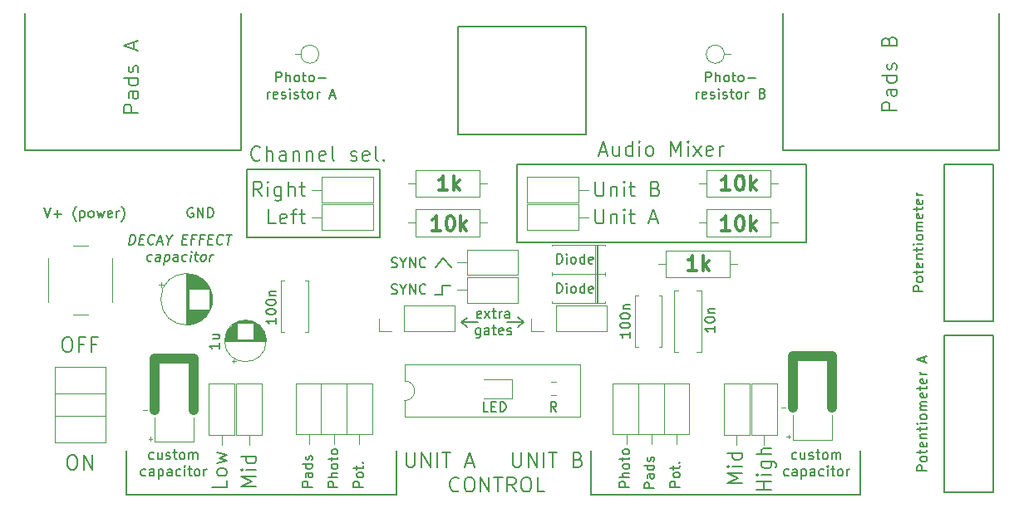
<source format=gbr>
G04 #@! TF.GenerationSoftware,KiCad,Pcbnew,(5.0.0)*
G04 #@! TF.CreationDate,2019-02-22T15:53:22+00:00*
G04 #@! TF.ProjectId,Digisynth,4469676973796E74682E6B696361645F,rev?*
G04 #@! TF.SameCoordinates,Original*
G04 #@! TF.FileFunction,Legend,Top*
G04 #@! TF.FilePolarity,Positive*
%FSLAX46Y46*%
G04 Gerber Fmt 4.6, Leading zero omitted, Abs format (unit mm)*
G04 Created by KiCad (PCBNEW (5.0.0)) date 02/22/19 15:53:22*
%MOMM*%
%LPD*%
G01*
G04 APERTURE LIST*
%ADD10C,0.200000*%
%ADD11C,0.300000*%
%ADD12C,0.150000*%
%ADD13C,0.120000*%
%ADD14C,1.000000*%
G04 APERTURE END LIST*
D10*
X5071428Y-45178571D02*
X5357142Y-45178571D01*
X5500000Y-45250000D01*
X5642857Y-45392857D01*
X5714285Y-45678571D01*
X5714285Y-46178571D01*
X5642857Y-46464285D01*
X5500000Y-46607142D01*
X5357142Y-46678571D01*
X5071428Y-46678571D01*
X4928571Y-46607142D01*
X4785714Y-46464285D01*
X4714285Y-46178571D01*
X4714285Y-45678571D01*
X4785714Y-45392857D01*
X4928571Y-45250000D01*
X5071428Y-45178571D01*
X6357142Y-46678571D02*
X6357142Y-45178571D01*
X7214285Y-46678571D01*
X7214285Y-45178571D01*
X24344285Y-15035714D02*
X24272857Y-15107142D01*
X24058571Y-15178571D01*
X23915714Y-15178571D01*
X23701428Y-15107142D01*
X23558571Y-14964285D01*
X23487142Y-14821428D01*
X23415714Y-14535714D01*
X23415714Y-14321428D01*
X23487142Y-14035714D01*
X23558571Y-13892857D01*
X23701428Y-13750000D01*
X23915714Y-13678571D01*
X24058571Y-13678571D01*
X24272857Y-13750000D01*
X24344285Y-13821428D01*
X24987142Y-15178571D02*
X24987142Y-13678571D01*
X25630000Y-15178571D02*
X25630000Y-14392857D01*
X25558571Y-14250000D01*
X25415714Y-14178571D01*
X25201428Y-14178571D01*
X25058571Y-14250000D01*
X24987142Y-14321428D01*
X26987142Y-15178571D02*
X26987142Y-14392857D01*
X26915714Y-14250000D01*
X26772857Y-14178571D01*
X26487142Y-14178571D01*
X26344285Y-14250000D01*
X26987142Y-15107142D02*
X26844285Y-15178571D01*
X26487142Y-15178571D01*
X26344285Y-15107142D01*
X26272857Y-14964285D01*
X26272857Y-14821428D01*
X26344285Y-14678571D01*
X26487142Y-14607142D01*
X26844285Y-14607142D01*
X26987142Y-14535714D01*
X27701428Y-14178571D02*
X27701428Y-15178571D01*
X27701428Y-14321428D02*
X27772857Y-14250000D01*
X27915714Y-14178571D01*
X28130000Y-14178571D01*
X28272857Y-14250000D01*
X28344285Y-14392857D01*
X28344285Y-15178571D01*
X29058571Y-14178571D02*
X29058571Y-15178571D01*
X29058571Y-14321428D02*
X29130000Y-14250000D01*
X29272857Y-14178571D01*
X29487142Y-14178571D01*
X29630000Y-14250000D01*
X29701428Y-14392857D01*
X29701428Y-15178571D01*
X30987142Y-15107142D02*
X30844285Y-15178571D01*
X30558571Y-15178571D01*
X30415714Y-15107142D01*
X30344285Y-14964285D01*
X30344285Y-14392857D01*
X30415714Y-14250000D01*
X30558571Y-14178571D01*
X30844285Y-14178571D01*
X30987142Y-14250000D01*
X31058571Y-14392857D01*
X31058571Y-14535714D01*
X30344285Y-14678571D01*
X31915714Y-15178571D02*
X31772857Y-15107142D01*
X31701428Y-14964285D01*
X31701428Y-13678571D01*
X33558571Y-15107142D02*
X33701428Y-15178571D01*
X33987142Y-15178571D01*
X34130000Y-15107142D01*
X34201428Y-14964285D01*
X34201428Y-14892857D01*
X34130000Y-14750000D01*
X33987142Y-14678571D01*
X33772857Y-14678571D01*
X33630000Y-14607142D01*
X33558571Y-14464285D01*
X33558571Y-14392857D01*
X33630000Y-14250000D01*
X33772857Y-14178571D01*
X33987142Y-14178571D01*
X34130000Y-14250000D01*
X35415714Y-15107142D02*
X35272857Y-15178571D01*
X34987142Y-15178571D01*
X34844285Y-15107142D01*
X34772857Y-14964285D01*
X34772857Y-14392857D01*
X34844285Y-14250000D01*
X34987142Y-14178571D01*
X35272857Y-14178571D01*
X35415714Y-14250000D01*
X35487142Y-14392857D01*
X35487142Y-14535714D01*
X34772857Y-14678571D01*
X36344285Y-15178571D02*
X36201428Y-15107142D01*
X36130000Y-14964285D01*
X36130000Y-13678571D01*
X36915714Y-15035714D02*
X36987142Y-15107142D01*
X36915714Y-15178571D01*
X36844285Y-15107142D01*
X36915714Y-15035714D01*
X36915714Y-15178571D01*
X23000000Y-16000000D02*
X36500000Y-16000000D01*
X23000000Y-23000000D02*
X23000000Y-16000000D01*
X36500000Y-23000000D02*
X23000000Y-23000000D01*
X36500000Y-16000000D02*
X36500000Y-23000000D01*
X42900000Y-27900000D02*
X43700000Y-27900000D01*
X43000000Y-25100000D02*
X43800000Y-26000000D01*
X42200000Y-26000000D02*
X43000000Y-25100000D01*
X42900000Y-28800000D02*
X42900000Y-27900000D01*
X42100000Y-28800000D02*
X42900000Y-28800000D01*
X37717619Y-26004761D02*
X37860476Y-26052380D01*
X38098571Y-26052380D01*
X38193809Y-26004761D01*
X38241428Y-25957142D01*
X38289047Y-25861904D01*
X38289047Y-25766666D01*
X38241428Y-25671428D01*
X38193809Y-25623809D01*
X38098571Y-25576190D01*
X37908095Y-25528571D01*
X37812857Y-25480952D01*
X37765238Y-25433333D01*
X37717619Y-25338095D01*
X37717619Y-25242857D01*
X37765238Y-25147619D01*
X37812857Y-25100000D01*
X37908095Y-25052380D01*
X38146190Y-25052380D01*
X38289047Y-25100000D01*
X38908095Y-25576190D02*
X38908095Y-26052380D01*
X38574761Y-25052380D02*
X38908095Y-25576190D01*
X39241428Y-25052380D01*
X39574761Y-26052380D02*
X39574761Y-25052380D01*
X40146190Y-26052380D01*
X40146190Y-25052380D01*
X41193809Y-25957142D02*
X41146190Y-26004761D01*
X41003333Y-26052380D01*
X40908095Y-26052380D01*
X40765238Y-26004761D01*
X40670000Y-25909523D01*
X40622380Y-25814285D01*
X40574761Y-25623809D01*
X40574761Y-25480952D01*
X40622380Y-25290476D01*
X40670000Y-25195238D01*
X40765238Y-25100000D01*
X40908095Y-25052380D01*
X41003333Y-25052380D01*
X41146190Y-25100000D01*
X41193809Y-25147619D01*
X37717619Y-28704761D02*
X37860476Y-28752380D01*
X38098571Y-28752380D01*
X38193809Y-28704761D01*
X38241428Y-28657142D01*
X38289047Y-28561904D01*
X38289047Y-28466666D01*
X38241428Y-28371428D01*
X38193809Y-28323809D01*
X38098571Y-28276190D01*
X37908095Y-28228571D01*
X37812857Y-28180952D01*
X37765238Y-28133333D01*
X37717619Y-28038095D01*
X37717619Y-27942857D01*
X37765238Y-27847619D01*
X37812857Y-27800000D01*
X37908095Y-27752380D01*
X38146190Y-27752380D01*
X38289047Y-27800000D01*
X38908095Y-28276190D02*
X38908095Y-28752380D01*
X38574761Y-27752380D02*
X38908095Y-28276190D01*
X39241428Y-27752380D01*
X39574761Y-28752380D02*
X39574761Y-27752380D01*
X40146190Y-28752380D01*
X40146190Y-27752380D01*
X41193809Y-28657142D02*
X41146190Y-28704761D01*
X41003333Y-28752380D01*
X40908095Y-28752380D01*
X40765238Y-28704761D01*
X40670000Y-28609523D01*
X40622380Y-28514285D01*
X40574761Y-28323809D01*
X40574761Y-28180952D01*
X40622380Y-27990476D01*
X40670000Y-27895238D01*
X40765238Y-27800000D01*
X40908095Y-27752380D01*
X41003333Y-27752380D01*
X41146190Y-27800000D01*
X41193809Y-27847619D01*
X54566666Y-28652380D02*
X54566666Y-27652380D01*
X54804761Y-27652380D01*
X54947619Y-27700000D01*
X55042857Y-27795238D01*
X55090476Y-27890476D01*
X55138095Y-28080952D01*
X55138095Y-28223809D01*
X55090476Y-28414285D01*
X55042857Y-28509523D01*
X54947619Y-28604761D01*
X54804761Y-28652380D01*
X54566666Y-28652380D01*
X55566666Y-28652380D02*
X55566666Y-27985714D01*
X55566666Y-27652380D02*
X55519047Y-27700000D01*
X55566666Y-27747619D01*
X55614285Y-27700000D01*
X55566666Y-27652380D01*
X55566666Y-27747619D01*
X56185714Y-28652380D02*
X56090476Y-28604761D01*
X56042857Y-28557142D01*
X55995238Y-28461904D01*
X55995238Y-28176190D01*
X56042857Y-28080952D01*
X56090476Y-28033333D01*
X56185714Y-27985714D01*
X56328571Y-27985714D01*
X56423809Y-28033333D01*
X56471428Y-28080952D01*
X56519047Y-28176190D01*
X56519047Y-28461904D01*
X56471428Y-28557142D01*
X56423809Y-28604761D01*
X56328571Y-28652380D01*
X56185714Y-28652380D01*
X57376190Y-28652380D02*
X57376190Y-27652380D01*
X57376190Y-28604761D02*
X57280952Y-28652380D01*
X57090476Y-28652380D01*
X56995238Y-28604761D01*
X56947619Y-28557142D01*
X56900000Y-28461904D01*
X56900000Y-28176190D01*
X56947619Y-28080952D01*
X56995238Y-28033333D01*
X57090476Y-27985714D01*
X57280952Y-27985714D01*
X57376190Y-28033333D01*
X58233333Y-28604761D02*
X58138095Y-28652380D01*
X57947619Y-28652380D01*
X57852380Y-28604761D01*
X57804761Y-28509523D01*
X57804761Y-28128571D01*
X57852380Y-28033333D01*
X57947619Y-27985714D01*
X58138095Y-27985714D01*
X58233333Y-28033333D01*
X58280952Y-28128571D01*
X58280952Y-28223809D01*
X57804761Y-28319047D01*
X58915714Y-14250000D02*
X59630000Y-14250000D01*
X58772857Y-14678571D02*
X59272857Y-13178571D01*
X59772857Y-14678571D01*
X60915714Y-13678571D02*
X60915714Y-14678571D01*
X60272857Y-13678571D02*
X60272857Y-14464285D01*
X60344285Y-14607142D01*
X60487142Y-14678571D01*
X60701428Y-14678571D01*
X60844285Y-14607142D01*
X60915714Y-14535714D01*
X62272857Y-14678571D02*
X62272857Y-13178571D01*
X62272857Y-14607142D02*
X62130000Y-14678571D01*
X61844285Y-14678571D01*
X61701428Y-14607142D01*
X61630000Y-14535714D01*
X61558571Y-14392857D01*
X61558571Y-13964285D01*
X61630000Y-13821428D01*
X61701428Y-13750000D01*
X61844285Y-13678571D01*
X62130000Y-13678571D01*
X62272857Y-13750000D01*
X62987142Y-14678571D02*
X62987142Y-13678571D01*
X62987142Y-13178571D02*
X62915714Y-13250000D01*
X62987142Y-13321428D01*
X63058571Y-13250000D01*
X62987142Y-13178571D01*
X62987142Y-13321428D01*
X63915714Y-14678571D02*
X63772857Y-14607142D01*
X63701428Y-14535714D01*
X63630000Y-14392857D01*
X63630000Y-13964285D01*
X63701428Y-13821428D01*
X63772857Y-13750000D01*
X63915714Y-13678571D01*
X64130000Y-13678571D01*
X64272857Y-13750000D01*
X64344285Y-13821428D01*
X64415714Y-13964285D01*
X64415714Y-14392857D01*
X64344285Y-14535714D01*
X64272857Y-14607142D01*
X64130000Y-14678571D01*
X63915714Y-14678571D01*
X66201428Y-14678571D02*
X66201428Y-13178571D01*
X66701428Y-14250000D01*
X67201428Y-13178571D01*
X67201428Y-14678571D01*
X67915714Y-14678571D02*
X67915714Y-13678571D01*
X67915714Y-13178571D02*
X67844285Y-13250000D01*
X67915714Y-13321428D01*
X67987142Y-13250000D01*
X67915714Y-13178571D01*
X67915714Y-13321428D01*
X68487142Y-14678571D02*
X69272857Y-13678571D01*
X68487142Y-13678571D02*
X69272857Y-14678571D01*
X70415714Y-14607142D02*
X70272857Y-14678571D01*
X69987142Y-14678571D01*
X69844285Y-14607142D01*
X69772857Y-14464285D01*
X69772857Y-13892857D01*
X69844285Y-13750000D01*
X69987142Y-13678571D01*
X70272857Y-13678571D01*
X70415714Y-13750000D01*
X70487142Y-13892857D01*
X70487142Y-14035714D01*
X69772857Y-14178571D01*
X71130000Y-14678571D02*
X71130000Y-13678571D01*
X71130000Y-13964285D02*
X71201428Y-13821428D01*
X71272857Y-13750000D01*
X71415714Y-13678571D01*
X71558571Y-13678571D01*
X4571428Y-33178571D02*
X4857142Y-33178571D01*
X5000000Y-33250000D01*
X5142857Y-33392857D01*
X5214285Y-33678571D01*
X5214285Y-34178571D01*
X5142857Y-34464285D01*
X5000000Y-34607142D01*
X4857142Y-34678571D01*
X4571428Y-34678571D01*
X4428571Y-34607142D01*
X4285714Y-34464285D01*
X4214285Y-34178571D01*
X4214285Y-33678571D01*
X4285714Y-33392857D01*
X4428571Y-33250000D01*
X4571428Y-33178571D01*
X6357142Y-33892857D02*
X5857142Y-33892857D01*
X5857142Y-34678571D02*
X5857142Y-33178571D01*
X6571428Y-33178571D01*
X7642857Y-33892857D02*
X7142857Y-33892857D01*
X7142857Y-34678571D02*
X7142857Y-33178571D01*
X7857142Y-33178571D01*
X80000000Y-23500000D02*
X80000000Y-17500000D01*
X50500000Y-23500000D02*
X80000000Y-23500000D01*
X50500000Y-17500000D02*
X50500000Y-23500000D01*
X80000000Y-15500000D02*
X80000000Y-17500000D01*
X50500000Y-15500000D02*
X80000000Y-15500000D01*
X50500000Y-17500000D02*
X50500000Y-15500000D01*
D11*
X43421428Y-18178571D02*
X42564285Y-18178571D01*
X42992857Y-18178571D02*
X42992857Y-16678571D01*
X42850000Y-16892857D01*
X42707142Y-17035714D01*
X42564285Y-17107142D01*
X44064285Y-18178571D02*
X44064285Y-16678571D01*
X44207142Y-17607142D02*
X44635714Y-18178571D01*
X44635714Y-17178571D02*
X44064285Y-17750000D01*
X42707142Y-22278571D02*
X41850000Y-22278571D01*
X42278571Y-22278571D02*
X42278571Y-20778571D01*
X42135714Y-20992857D01*
X41992857Y-21135714D01*
X41850000Y-21207142D01*
X43635714Y-20778571D02*
X43778571Y-20778571D01*
X43921428Y-20850000D01*
X43992857Y-20921428D01*
X44064285Y-21064285D01*
X44135714Y-21350000D01*
X44135714Y-21707142D01*
X44064285Y-21992857D01*
X43992857Y-22135714D01*
X43921428Y-22207142D01*
X43778571Y-22278571D01*
X43635714Y-22278571D01*
X43492857Y-22207142D01*
X43421428Y-22135714D01*
X43350000Y-21992857D01*
X43278571Y-21707142D01*
X43278571Y-21350000D01*
X43350000Y-21064285D01*
X43421428Y-20921428D01*
X43492857Y-20850000D01*
X43635714Y-20778571D01*
X44778571Y-22278571D02*
X44778571Y-20778571D01*
X44921428Y-21707142D02*
X45350000Y-22278571D01*
X45350000Y-21278571D02*
X44778571Y-21850000D01*
X72207142Y-18178571D02*
X71350000Y-18178571D01*
X71778571Y-18178571D02*
X71778571Y-16678571D01*
X71635714Y-16892857D01*
X71492857Y-17035714D01*
X71350000Y-17107142D01*
X73135714Y-16678571D02*
X73278571Y-16678571D01*
X73421428Y-16750000D01*
X73492857Y-16821428D01*
X73564285Y-16964285D01*
X73635714Y-17250000D01*
X73635714Y-17607142D01*
X73564285Y-17892857D01*
X73492857Y-18035714D01*
X73421428Y-18107142D01*
X73278571Y-18178571D01*
X73135714Y-18178571D01*
X72992857Y-18107142D01*
X72921428Y-18035714D01*
X72850000Y-17892857D01*
X72778571Y-17607142D01*
X72778571Y-17250000D01*
X72850000Y-16964285D01*
X72921428Y-16821428D01*
X72992857Y-16750000D01*
X73135714Y-16678571D01*
X74278571Y-18178571D02*
X74278571Y-16678571D01*
X74421428Y-17607142D02*
X74850000Y-18178571D01*
X74850000Y-17178571D02*
X74278571Y-17750000D01*
X72207142Y-22278571D02*
X71350000Y-22278571D01*
X71778571Y-22278571D02*
X71778571Y-20778571D01*
X71635714Y-20992857D01*
X71492857Y-21135714D01*
X71350000Y-21207142D01*
X73135714Y-20778571D02*
X73278571Y-20778571D01*
X73421428Y-20850000D01*
X73492857Y-20921428D01*
X73564285Y-21064285D01*
X73635714Y-21350000D01*
X73635714Y-21707142D01*
X73564285Y-21992857D01*
X73492857Y-22135714D01*
X73421428Y-22207142D01*
X73278571Y-22278571D01*
X73135714Y-22278571D01*
X72992857Y-22207142D01*
X72921428Y-22135714D01*
X72850000Y-21992857D01*
X72778571Y-21707142D01*
X72778571Y-21350000D01*
X72850000Y-21064285D01*
X72921428Y-20921428D01*
X72992857Y-20850000D01*
X73135714Y-20778571D01*
X74278571Y-22278571D02*
X74278571Y-20778571D01*
X74421428Y-21707142D02*
X74850000Y-22278571D01*
X74850000Y-21278571D02*
X74278571Y-21850000D01*
D10*
X91852380Y-28476190D02*
X90852380Y-28476190D01*
X90852380Y-28095238D01*
X90900000Y-28000000D01*
X90947619Y-27952380D01*
X91042857Y-27904761D01*
X91185714Y-27904761D01*
X91280952Y-27952380D01*
X91328571Y-28000000D01*
X91376190Y-28095238D01*
X91376190Y-28476190D01*
X91852380Y-27333333D02*
X91804761Y-27428571D01*
X91757142Y-27476190D01*
X91661904Y-27523809D01*
X91376190Y-27523809D01*
X91280952Y-27476190D01*
X91233333Y-27428571D01*
X91185714Y-27333333D01*
X91185714Y-27190476D01*
X91233333Y-27095238D01*
X91280952Y-27047619D01*
X91376190Y-27000000D01*
X91661904Y-27000000D01*
X91757142Y-27047619D01*
X91804761Y-27095238D01*
X91852380Y-27190476D01*
X91852380Y-27333333D01*
X91185714Y-26714285D02*
X91185714Y-26333333D01*
X90852380Y-26571428D02*
X91709523Y-26571428D01*
X91804761Y-26523809D01*
X91852380Y-26428571D01*
X91852380Y-26333333D01*
X91804761Y-25619047D02*
X91852380Y-25714285D01*
X91852380Y-25904761D01*
X91804761Y-26000000D01*
X91709523Y-26047619D01*
X91328571Y-26047619D01*
X91233333Y-26000000D01*
X91185714Y-25904761D01*
X91185714Y-25714285D01*
X91233333Y-25619047D01*
X91328571Y-25571428D01*
X91423809Y-25571428D01*
X91519047Y-26047619D01*
X91185714Y-25142857D02*
X91852380Y-25142857D01*
X91280952Y-25142857D02*
X91233333Y-25095238D01*
X91185714Y-25000000D01*
X91185714Y-24857142D01*
X91233333Y-24761904D01*
X91328571Y-24714285D01*
X91852380Y-24714285D01*
X91185714Y-24380952D02*
X91185714Y-24000000D01*
X90852380Y-24238095D02*
X91709523Y-24238095D01*
X91804761Y-24190476D01*
X91852380Y-24095238D01*
X91852380Y-24000000D01*
X91852380Y-23666666D02*
X91185714Y-23666666D01*
X90852380Y-23666666D02*
X90900000Y-23714285D01*
X90947619Y-23666666D01*
X90900000Y-23619047D01*
X90852380Y-23666666D01*
X90947619Y-23666666D01*
X91852380Y-23047619D02*
X91804761Y-23142857D01*
X91757142Y-23190476D01*
X91661904Y-23238095D01*
X91376190Y-23238095D01*
X91280952Y-23190476D01*
X91233333Y-23142857D01*
X91185714Y-23047619D01*
X91185714Y-22904761D01*
X91233333Y-22809523D01*
X91280952Y-22761904D01*
X91376190Y-22714285D01*
X91661904Y-22714285D01*
X91757142Y-22761904D01*
X91804761Y-22809523D01*
X91852380Y-22904761D01*
X91852380Y-23047619D01*
X91852380Y-22285714D02*
X91185714Y-22285714D01*
X91280952Y-22285714D02*
X91233333Y-22238095D01*
X91185714Y-22142857D01*
X91185714Y-22000000D01*
X91233333Y-21904761D01*
X91328571Y-21857142D01*
X91852380Y-21857142D01*
X91328571Y-21857142D02*
X91233333Y-21809523D01*
X91185714Y-21714285D01*
X91185714Y-21571428D01*
X91233333Y-21476190D01*
X91328571Y-21428571D01*
X91852380Y-21428571D01*
X91804761Y-20571428D02*
X91852380Y-20666666D01*
X91852380Y-20857142D01*
X91804761Y-20952380D01*
X91709523Y-21000000D01*
X91328571Y-21000000D01*
X91233333Y-20952380D01*
X91185714Y-20857142D01*
X91185714Y-20666666D01*
X91233333Y-20571428D01*
X91328571Y-20523809D01*
X91423809Y-20523809D01*
X91519047Y-21000000D01*
X91185714Y-20238095D02*
X91185714Y-19857142D01*
X90852380Y-20095238D02*
X91709523Y-20095238D01*
X91804761Y-20047619D01*
X91852380Y-19952380D01*
X91852380Y-19857142D01*
X91804761Y-19142857D02*
X91852380Y-19238095D01*
X91852380Y-19428571D01*
X91804761Y-19523809D01*
X91709523Y-19571428D01*
X91328571Y-19571428D01*
X91233333Y-19523809D01*
X91185714Y-19428571D01*
X91185714Y-19238095D01*
X91233333Y-19142857D01*
X91328571Y-19095238D01*
X91423809Y-19095238D01*
X91519047Y-19571428D01*
X91852380Y-18666666D02*
X91185714Y-18666666D01*
X91376190Y-18666666D02*
X91280952Y-18619047D01*
X91233333Y-18571428D01*
X91185714Y-18476190D01*
X91185714Y-18380952D01*
X92252380Y-46785715D02*
X91252380Y-46785715D01*
X91252380Y-46404762D01*
X91300000Y-46309524D01*
X91347619Y-46261905D01*
X91442857Y-46214286D01*
X91585714Y-46214286D01*
X91680952Y-46261905D01*
X91728571Y-46309524D01*
X91776190Y-46404762D01*
X91776190Y-46785715D01*
X92252380Y-45642858D02*
X92204761Y-45738096D01*
X92157142Y-45785715D01*
X92061904Y-45833334D01*
X91776190Y-45833334D01*
X91680952Y-45785715D01*
X91633333Y-45738096D01*
X91585714Y-45642858D01*
X91585714Y-45500001D01*
X91633333Y-45404762D01*
X91680952Y-45357143D01*
X91776190Y-45309524D01*
X92061904Y-45309524D01*
X92157142Y-45357143D01*
X92204761Y-45404762D01*
X92252380Y-45500001D01*
X92252380Y-45642858D01*
X91585714Y-45023810D02*
X91585714Y-44642858D01*
X91252380Y-44880953D02*
X92109523Y-44880953D01*
X92204761Y-44833334D01*
X92252380Y-44738096D01*
X92252380Y-44642858D01*
X92204761Y-43928572D02*
X92252380Y-44023810D01*
X92252380Y-44214286D01*
X92204761Y-44309524D01*
X92109523Y-44357143D01*
X91728571Y-44357143D01*
X91633333Y-44309524D01*
X91585714Y-44214286D01*
X91585714Y-44023810D01*
X91633333Y-43928572D01*
X91728571Y-43880953D01*
X91823809Y-43880953D01*
X91919047Y-44357143D01*
X91585714Y-43452381D02*
X92252380Y-43452381D01*
X91680952Y-43452381D02*
X91633333Y-43404762D01*
X91585714Y-43309524D01*
X91585714Y-43166667D01*
X91633333Y-43071429D01*
X91728571Y-43023810D01*
X92252380Y-43023810D01*
X91585714Y-42690477D02*
X91585714Y-42309524D01*
X91252380Y-42547620D02*
X92109523Y-42547620D01*
X92204761Y-42500001D01*
X92252380Y-42404762D01*
X92252380Y-42309524D01*
X92252380Y-41976191D02*
X91585714Y-41976191D01*
X91252380Y-41976191D02*
X91300000Y-42023810D01*
X91347619Y-41976191D01*
X91300000Y-41928572D01*
X91252380Y-41976191D01*
X91347619Y-41976191D01*
X92252380Y-41357143D02*
X92204761Y-41452381D01*
X92157142Y-41500001D01*
X92061904Y-41547620D01*
X91776190Y-41547620D01*
X91680952Y-41500001D01*
X91633333Y-41452381D01*
X91585714Y-41357143D01*
X91585714Y-41214286D01*
X91633333Y-41119048D01*
X91680952Y-41071429D01*
X91776190Y-41023810D01*
X92061904Y-41023810D01*
X92157142Y-41071429D01*
X92204761Y-41119048D01*
X92252380Y-41214286D01*
X92252380Y-41357143D01*
X92252380Y-40595239D02*
X91585714Y-40595239D01*
X91680952Y-40595239D02*
X91633333Y-40547620D01*
X91585714Y-40452381D01*
X91585714Y-40309524D01*
X91633333Y-40214286D01*
X91728571Y-40166667D01*
X92252380Y-40166667D01*
X91728571Y-40166667D02*
X91633333Y-40119048D01*
X91585714Y-40023810D01*
X91585714Y-39880953D01*
X91633333Y-39785715D01*
X91728571Y-39738096D01*
X92252380Y-39738096D01*
X92204761Y-38880953D02*
X92252380Y-38976191D01*
X92252380Y-39166667D01*
X92204761Y-39261905D01*
X92109523Y-39309524D01*
X91728571Y-39309524D01*
X91633333Y-39261905D01*
X91585714Y-39166667D01*
X91585714Y-38976191D01*
X91633333Y-38880953D01*
X91728571Y-38833334D01*
X91823809Y-38833334D01*
X91919047Y-39309524D01*
X91585714Y-38547620D02*
X91585714Y-38166667D01*
X91252380Y-38404762D02*
X92109523Y-38404762D01*
X92204761Y-38357143D01*
X92252380Y-38261905D01*
X92252380Y-38166667D01*
X92204761Y-37452381D02*
X92252380Y-37547620D01*
X92252380Y-37738096D01*
X92204761Y-37833334D01*
X92109523Y-37880953D01*
X91728571Y-37880953D01*
X91633333Y-37833334D01*
X91585714Y-37738096D01*
X91585714Y-37547620D01*
X91633333Y-37452381D01*
X91728571Y-37404762D01*
X91823809Y-37404762D01*
X91919047Y-37880953D01*
X92252380Y-36976191D02*
X91585714Y-36976191D01*
X91776190Y-36976191D02*
X91680952Y-36928572D01*
X91633333Y-36880953D01*
X91585714Y-36785715D01*
X91585714Y-36690477D01*
X91966666Y-35642858D02*
X91966666Y-35166667D01*
X92252380Y-35738096D02*
X91252380Y-35404762D01*
X92252380Y-35071429D01*
X58487142Y-20078571D02*
X58487142Y-21292857D01*
X58558571Y-21435714D01*
X58630000Y-21507142D01*
X58772857Y-21578571D01*
X59058571Y-21578571D01*
X59201428Y-21507142D01*
X59272857Y-21435714D01*
X59344285Y-21292857D01*
X59344285Y-20078571D01*
X60058571Y-20578571D02*
X60058571Y-21578571D01*
X60058571Y-20721428D02*
X60130000Y-20650000D01*
X60272857Y-20578571D01*
X60487142Y-20578571D01*
X60630000Y-20650000D01*
X60701428Y-20792857D01*
X60701428Y-21578571D01*
X61415714Y-21578571D02*
X61415714Y-20578571D01*
X61415714Y-20078571D02*
X61344285Y-20150000D01*
X61415714Y-20221428D01*
X61487142Y-20150000D01*
X61415714Y-20078571D01*
X61415714Y-20221428D01*
X61915714Y-20578571D02*
X62487142Y-20578571D01*
X62130000Y-20078571D02*
X62130000Y-21364285D01*
X62201428Y-21507142D01*
X62344285Y-21578571D01*
X62487142Y-21578571D01*
X64058571Y-21150000D02*
X64772857Y-21150000D01*
X63915714Y-21578571D02*
X64415714Y-20078571D01*
X64915714Y-21578571D01*
X58487142Y-17278571D02*
X58487142Y-18492857D01*
X58558571Y-18635714D01*
X58630000Y-18707142D01*
X58772857Y-18778571D01*
X59058571Y-18778571D01*
X59201428Y-18707142D01*
X59272857Y-18635714D01*
X59344285Y-18492857D01*
X59344285Y-17278571D01*
X60058571Y-17778571D02*
X60058571Y-18778571D01*
X60058571Y-17921428D02*
X60130000Y-17850000D01*
X60272857Y-17778571D01*
X60487142Y-17778571D01*
X60630000Y-17850000D01*
X60701428Y-17992857D01*
X60701428Y-18778571D01*
X61415714Y-18778571D02*
X61415714Y-17778571D01*
X61415714Y-17278571D02*
X61344285Y-17350000D01*
X61415714Y-17421428D01*
X61487142Y-17350000D01*
X61415714Y-17278571D01*
X61415714Y-17421428D01*
X61915714Y-17778571D02*
X62487142Y-17778571D01*
X62130000Y-17278571D02*
X62130000Y-18564285D01*
X62201428Y-18707142D01*
X62344285Y-18778571D01*
X62487142Y-18778571D01*
X64630000Y-17992857D02*
X64844285Y-18064285D01*
X64915714Y-18135714D01*
X64987142Y-18278571D01*
X64987142Y-18492857D01*
X64915714Y-18635714D01*
X64844285Y-18707142D01*
X64701428Y-18778571D01*
X64130000Y-18778571D01*
X64130000Y-17278571D01*
X64630000Y-17278571D01*
X64772857Y-17350000D01*
X64844285Y-17421428D01*
X64915714Y-17564285D01*
X64915714Y-17707142D01*
X64844285Y-17850000D01*
X64772857Y-17921428D01*
X64630000Y-17992857D01*
X64130000Y-17992857D01*
X24498571Y-18778571D02*
X23998571Y-18064285D01*
X23641428Y-18778571D02*
X23641428Y-17278571D01*
X24212857Y-17278571D01*
X24355714Y-17350000D01*
X24427142Y-17421428D01*
X24498571Y-17564285D01*
X24498571Y-17778571D01*
X24427142Y-17921428D01*
X24355714Y-17992857D01*
X24212857Y-18064285D01*
X23641428Y-18064285D01*
X25141428Y-18778571D02*
X25141428Y-17778571D01*
X25141428Y-17278571D02*
X25070000Y-17350000D01*
X25141428Y-17421428D01*
X25212857Y-17350000D01*
X25141428Y-17278571D01*
X25141428Y-17421428D01*
X26498571Y-17778571D02*
X26498571Y-18992857D01*
X26427142Y-19135714D01*
X26355714Y-19207142D01*
X26212857Y-19278571D01*
X25998571Y-19278571D01*
X25855714Y-19207142D01*
X26498571Y-18707142D02*
X26355714Y-18778571D01*
X26070000Y-18778571D01*
X25927142Y-18707142D01*
X25855714Y-18635714D01*
X25784285Y-18492857D01*
X25784285Y-18064285D01*
X25855714Y-17921428D01*
X25927142Y-17850000D01*
X26070000Y-17778571D01*
X26355714Y-17778571D01*
X26498571Y-17850000D01*
X27212857Y-18778571D02*
X27212857Y-17278571D01*
X27855714Y-18778571D02*
X27855714Y-17992857D01*
X27784285Y-17850000D01*
X27641428Y-17778571D01*
X27427142Y-17778571D01*
X27284285Y-17850000D01*
X27212857Y-17921428D01*
X28355714Y-17778571D02*
X28927142Y-17778571D01*
X28570000Y-17278571D02*
X28570000Y-18564285D01*
X28641428Y-18707142D01*
X28784285Y-18778571D01*
X28927142Y-18778571D01*
X25927142Y-21578571D02*
X25212857Y-21578571D01*
X25212857Y-20078571D01*
X26998571Y-21507142D02*
X26855714Y-21578571D01*
X26570000Y-21578571D01*
X26427142Y-21507142D01*
X26355714Y-21364285D01*
X26355714Y-20792857D01*
X26427142Y-20650000D01*
X26570000Y-20578571D01*
X26855714Y-20578571D01*
X26998571Y-20650000D01*
X27070000Y-20792857D01*
X27070000Y-20935714D01*
X26355714Y-21078571D01*
X27498571Y-20578571D02*
X28070000Y-20578571D01*
X27712857Y-21578571D02*
X27712857Y-20292857D01*
X27784285Y-20150000D01*
X27927142Y-20078571D01*
X28070000Y-20078571D01*
X28355714Y-20578571D02*
X28927142Y-20578571D01*
X28570000Y-20078571D02*
X28570000Y-21364285D01*
X28641428Y-21507142D01*
X28784285Y-21578571D01*
X28927142Y-21578571D01*
X54566666Y-25652380D02*
X54566666Y-24652380D01*
X54804761Y-24652380D01*
X54947619Y-24700000D01*
X55042857Y-24795238D01*
X55090476Y-24890476D01*
X55138095Y-25080952D01*
X55138095Y-25223809D01*
X55090476Y-25414285D01*
X55042857Y-25509523D01*
X54947619Y-25604761D01*
X54804761Y-25652380D01*
X54566666Y-25652380D01*
X55566666Y-25652380D02*
X55566666Y-24985714D01*
X55566666Y-24652380D02*
X55519047Y-24700000D01*
X55566666Y-24747619D01*
X55614285Y-24700000D01*
X55566666Y-24652380D01*
X55566666Y-24747619D01*
X56185714Y-25652380D02*
X56090476Y-25604761D01*
X56042857Y-25557142D01*
X55995238Y-25461904D01*
X55995238Y-25176190D01*
X56042857Y-25080952D01*
X56090476Y-25033333D01*
X56185714Y-24985714D01*
X56328571Y-24985714D01*
X56423809Y-25033333D01*
X56471428Y-25080952D01*
X56519047Y-25176190D01*
X56519047Y-25461904D01*
X56471428Y-25557142D01*
X56423809Y-25604761D01*
X56328571Y-25652380D01*
X56185714Y-25652380D01*
X57376190Y-25652380D02*
X57376190Y-24652380D01*
X57376190Y-25604761D02*
X57280952Y-25652380D01*
X57090476Y-25652380D01*
X56995238Y-25604761D01*
X56947619Y-25557142D01*
X56900000Y-25461904D01*
X56900000Y-25176190D01*
X56947619Y-25080952D01*
X56995238Y-25033333D01*
X57090476Y-24985714D01*
X57280952Y-24985714D01*
X57376190Y-25033333D01*
X58233333Y-25604761D02*
X58138095Y-25652380D01*
X57947619Y-25652380D01*
X57852380Y-25604761D01*
X57804761Y-25509523D01*
X57804761Y-25128571D01*
X57852380Y-25033333D01*
X57947619Y-24985714D01*
X58138095Y-24985714D01*
X58233333Y-25033333D01*
X58280952Y-25128571D01*
X58280952Y-25223809D01*
X57804761Y-25319047D01*
X70652380Y-32042857D02*
X70652380Y-32614285D01*
X70652380Y-32328571D02*
X69652380Y-32328571D01*
X69795238Y-32423809D01*
X69890476Y-32519047D01*
X69938095Y-32614285D01*
X69652380Y-31423809D02*
X69652380Y-31328571D01*
X69700000Y-31233333D01*
X69747619Y-31185714D01*
X69842857Y-31138095D01*
X70033333Y-31090476D01*
X70271428Y-31090476D01*
X70461904Y-31138095D01*
X70557142Y-31185714D01*
X70604761Y-31233333D01*
X70652380Y-31328571D01*
X70652380Y-31423809D01*
X70604761Y-31519047D01*
X70557142Y-31566666D01*
X70461904Y-31614285D01*
X70271428Y-31661904D01*
X70033333Y-31661904D01*
X69842857Y-31614285D01*
X69747619Y-31566666D01*
X69700000Y-31519047D01*
X69652380Y-31423809D01*
X69985714Y-30661904D02*
X70652380Y-30661904D01*
X70080952Y-30661904D02*
X70033333Y-30614285D01*
X69985714Y-30519047D01*
X69985714Y-30376190D01*
X70033333Y-30280952D01*
X70128571Y-30233333D01*
X70652380Y-30233333D01*
X62002380Y-32619047D02*
X62002380Y-33190476D01*
X62002380Y-32904761D02*
X61002380Y-32904761D01*
X61145238Y-33000000D01*
X61240476Y-33095238D01*
X61288095Y-33190476D01*
X61002380Y-32000000D02*
X61002380Y-31904761D01*
X61050000Y-31809523D01*
X61097619Y-31761904D01*
X61192857Y-31714285D01*
X61383333Y-31666666D01*
X61621428Y-31666666D01*
X61811904Y-31714285D01*
X61907142Y-31761904D01*
X61954761Y-31809523D01*
X62002380Y-31904761D01*
X62002380Y-32000000D01*
X61954761Y-32095238D01*
X61907142Y-32142857D01*
X61811904Y-32190476D01*
X61621428Y-32238095D01*
X61383333Y-32238095D01*
X61192857Y-32190476D01*
X61097619Y-32142857D01*
X61050000Y-32095238D01*
X61002380Y-32000000D01*
X61002380Y-31047619D02*
X61002380Y-30952380D01*
X61050000Y-30857142D01*
X61097619Y-30809523D01*
X61192857Y-30761904D01*
X61383333Y-30714285D01*
X61621428Y-30714285D01*
X61811904Y-30761904D01*
X61907142Y-30809523D01*
X61954761Y-30857142D01*
X62002380Y-30952380D01*
X62002380Y-31047619D01*
X61954761Y-31142857D01*
X61907142Y-31190476D01*
X61811904Y-31238095D01*
X61621428Y-31285714D01*
X61383333Y-31285714D01*
X61192857Y-31238095D01*
X61097619Y-31190476D01*
X61050000Y-31142857D01*
X61002380Y-31047619D01*
X61335714Y-30285714D02*
X62002380Y-30285714D01*
X61430952Y-30285714D02*
X61383333Y-30238095D01*
X61335714Y-30142857D01*
X61335714Y-30000000D01*
X61383333Y-29904761D01*
X61478571Y-29857142D01*
X62002380Y-29857142D01*
X89178571Y-10012857D02*
X87678571Y-10012857D01*
X87678571Y-9441428D01*
X87750000Y-9298571D01*
X87821428Y-9227142D01*
X87964285Y-9155714D01*
X88178571Y-9155714D01*
X88321428Y-9227142D01*
X88392857Y-9298571D01*
X88464285Y-9441428D01*
X88464285Y-10012857D01*
X89178571Y-7870000D02*
X88392857Y-7870000D01*
X88250000Y-7941428D01*
X88178571Y-8084285D01*
X88178571Y-8370000D01*
X88250000Y-8512857D01*
X89107142Y-7870000D02*
X89178571Y-8012857D01*
X89178571Y-8370000D01*
X89107142Y-8512857D01*
X88964285Y-8584285D01*
X88821428Y-8584285D01*
X88678571Y-8512857D01*
X88607142Y-8370000D01*
X88607142Y-8012857D01*
X88535714Y-7870000D01*
X89178571Y-6512857D02*
X87678571Y-6512857D01*
X89107142Y-6512857D02*
X89178571Y-6655714D01*
X89178571Y-6941428D01*
X89107142Y-7084285D01*
X89035714Y-7155714D01*
X88892857Y-7227142D01*
X88464285Y-7227142D01*
X88321428Y-7155714D01*
X88250000Y-7084285D01*
X88178571Y-6941428D01*
X88178571Y-6655714D01*
X88250000Y-6512857D01*
X89107142Y-5870000D02*
X89178571Y-5727142D01*
X89178571Y-5441428D01*
X89107142Y-5298571D01*
X88964285Y-5227142D01*
X88892857Y-5227142D01*
X88750000Y-5298571D01*
X88678571Y-5441428D01*
X88678571Y-5655714D01*
X88607142Y-5798571D01*
X88464285Y-5870000D01*
X88392857Y-5870000D01*
X88250000Y-5798571D01*
X88178571Y-5655714D01*
X88178571Y-5441428D01*
X88250000Y-5298571D01*
X88392857Y-2941428D02*
X88464285Y-2727142D01*
X88535714Y-2655714D01*
X88678571Y-2584285D01*
X88892857Y-2584285D01*
X89035714Y-2655714D01*
X89107142Y-2727142D01*
X89178571Y-2870000D01*
X89178571Y-3441428D01*
X87678571Y-3441428D01*
X87678571Y-2941428D01*
X87750000Y-2798571D01*
X87821428Y-2727142D01*
X87964285Y-2655714D01*
X88107142Y-2655714D01*
X88250000Y-2727142D01*
X88321428Y-2798571D01*
X88392857Y-2941428D01*
X88392857Y-3441428D01*
X69726190Y-7102380D02*
X69726190Y-6102380D01*
X70107142Y-6102380D01*
X70202380Y-6150000D01*
X70250000Y-6197619D01*
X70297619Y-6292857D01*
X70297619Y-6435714D01*
X70250000Y-6530952D01*
X70202380Y-6578571D01*
X70107142Y-6626190D01*
X69726190Y-6626190D01*
X70726190Y-7102380D02*
X70726190Y-6102380D01*
X71154761Y-7102380D02*
X71154761Y-6578571D01*
X71107142Y-6483333D01*
X71011904Y-6435714D01*
X70869047Y-6435714D01*
X70773809Y-6483333D01*
X70726190Y-6530952D01*
X71773809Y-7102380D02*
X71678571Y-7054761D01*
X71630952Y-7007142D01*
X71583333Y-6911904D01*
X71583333Y-6626190D01*
X71630952Y-6530952D01*
X71678571Y-6483333D01*
X71773809Y-6435714D01*
X71916666Y-6435714D01*
X72011904Y-6483333D01*
X72059523Y-6530952D01*
X72107142Y-6626190D01*
X72107142Y-6911904D01*
X72059523Y-7007142D01*
X72011904Y-7054761D01*
X71916666Y-7102380D01*
X71773809Y-7102380D01*
X72392857Y-6435714D02*
X72773809Y-6435714D01*
X72535714Y-6102380D02*
X72535714Y-6959523D01*
X72583333Y-7054761D01*
X72678571Y-7102380D01*
X72773809Y-7102380D01*
X73250000Y-7102380D02*
X73154761Y-7054761D01*
X73107142Y-7007142D01*
X73059523Y-6911904D01*
X73059523Y-6626190D01*
X73107142Y-6530952D01*
X73154761Y-6483333D01*
X73250000Y-6435714D01*
X73392857Y-6435714D01*
X73488095Y-6483333D01*
X73535714Y-6530952D01*
X73583333Y-6626190D01*
X73583333Y-6911904D01*
X73535714Y-7007142D01*
X73488095Y-7054761D01*
X73392857Y-7102380D01*
X73250000Y-7102380D01*
X74011904Y-6721428D02*
X74773809Y-6721428D01*
X68773809Y-8802380D02*
X68773809Y-8135714D01*
X68773809Y-8326190D02*
X68821428Y-8230952D01*
X68869047Y-8183333D01*
X68964285Y-8135714D01*
X69059523Y-8135714D01*
X69773809Y-8754761D02*
X69678571Y-8802380D01*
X69488095Y-8802380D01*
X69392857Y-8754761D01*
X69345238Y-8659523D01*
X69345238Y-8278571D01*
X69392857Y-8183333D01*
X69488095Y-8135714D01*
X69678571Y-8135714D01*
X69773809Y-8183333D01*
X69821428Y-8278571D01*
X69821428Y-8373809D01*
X69345238Y-8469047D01*
X70202380Y-8754761D02*
X70297619Y-8802380D01*
X70488095Y-8802380D01*
X70583333Y-8754761D01*
X70630952Y-8659523D01*
X70630952Y-8611904D01*
X70583333Y-8516666D01*
X70488095Y-8469047D01*
X70345238Y-8469047D01*
X70250000Y-8421428D01*
X70202380Y-8326190D01*
X70202380Y-8278571D01*
X70250000Y-8183333D01*
X70345238Y-8135714D01*
X70488095Y-8135714D01*
X70583333Y-8183333D01*
X71059523Y-8802380D02*
X71059523Y-8135714D01*
X71059523Y-7802380D02*
X71011904Y-7850000D01*
X71059523Y-7897619D01*
X71107142Y-7850000D01*
X71059523Y-7802380D01*
X71059523Y-7897619D01*
X71488095Y-8754761D02*
X71583333Y-8802380D01*
X71773809Y-8802380D01*
X71869047Y-8754761D01*
X71916666Y-8659523D01*
X71916666Y-8611904D01*
X71869047Y-8516666D01*
X71773809Y-8469047D01*
X71630952Y-8469047D01*
X71535714Y-8421428D01*
X71488095Y-8326190D01*
X71488095Y-8278571D01*
X71535714Y-8183333D01*
X71630952Y-8135714D01*
X71773809Y-8135714D01*
X71869047Y-8183333D01*
X72202380Y-8135714D02*
X72583333Y-8135714D01*
X72345238Y-7802380D02*
X72345238Y-8659523D01*
X72392857Y-8754761D01*
X72488095Y-8802380D01*
X72583333Y-8802380D01*
X73059523Y-8802380D02*
X72964285Y-8754761D01*
X72916666Y-8707142D01*
X72869047Y-8611904D01*
X72869047Y-8326190D01*
X72916666Y-8230952D01*
X72964285Y-8183333D01*
X73059523Y-8135714D01*
X73202380Y-8135714D01*
X73297619Y-8183333D01*
X73345238Y-8230952D01*
X73392857Y-8326190D01*
X73392857Y-8611904D01*
X73345238Y-8707142D01*
X73297619Y-8754761D01*
X73202380Y-8802380D01*
X73059523Y-8802380D01*
X73821428Y-8802380D02*
X73821428Y-8135714D01*
X73821428Y-8326190D02*
X73869047Y-8230952D01*
X73916666Y-8183333D01*
X74011904Y-8135714D01*
X74107142Y-8135714D01*
X75535714Y-8278571D02*
X75678571Y-8326190D01*
X75726190Y-8373809D01*
X75773809Y-8469047D01*
X75773809Y-8611904D01*
X75726190Y-8707142D01*
X75678571Y-8754761D01*
X75583333Y-8802380D01*
X75202380Y-8802380D01*
X75202380Y-7802380D01*
X75535714Y-7802380D01*
X75630952Y-7850000D01*
X75678571Y-7897619D01*
X75726190Y-7992857D01*
X75726190Y-8088095D01*
X75678571Y-8183333D01*
X75630952Y-8230952D01*
X75535714Y-8278571D01*
X75202380Y-8278571D01*
X25976190Y-7102380D02*
X25976190Y-6102380D01*
X26357142Y-6102380D01*
X26452380Y-6150000D01*
X26500000Y-6197619D01*
X26547619Y-6292857D01*
X26547619Y-6435714D01*
X26500000Y-6530952D01*
X26452380Y-6578571D01*
X26357142Y-6626190D01*
X25976190Y-6626190D01*
X26976190Y-7102380D02*
X26976190Y-6102380D01*
X27404761Y-7102380D02*
X27404761Y-6578571D01*
X27357142Y-6483333D01*
X27261904Y-6435714D01*
X27119047Y-6435714D01*
X27023809Y-6483333D01*
X26976190Y-6530952D01*
X28023809Y-7102380D02*
X27928571Y-7054761D01*
X27880952Y-7007142D01*
X27833333Y-6911904D01*
X27833333Y-6626190D01*
X27880952Y-6530952D01*
X27928571Y-6483333D01*
X28023809Y-6435714D01*
X28166666Y-6435714D01*
X28261904Y-6483333D01*
X28309523Y-6530952D01*
X28357142Y-6626190D01*
X28357142Y-6911904D01*
X28309523Y-7007142D01*
X28261904Y-7054761D01*
X28166666Y-7102380D01*
X28023809Y-7102380D01*
X28642857Y-6435714D02*
X29023809Y-6435714D01*
X28785714Y-6102380D02*
X28785714Y-6959523D01*
X28833333Y-7054761D01*
X28928571Y-7102380D01*
X29023809Y-7102380D01*
X29500000Y-7102380D02*
X29404761Y-7054761D01*
X29357142Y-7007142D01*
X29309523Y-6911904D01*
X29309523Y-6626190D01*
X29357142Y-6530952D01*
X29404761Y-6483333D01*
X29500000Y-6435714D01*
X29642857Y-6435714D01*
X29738095Y-6483333D01*
X29785714Y-6530952D01*
X29833333Y-6626190D01*
X29833333Y-6911904D01*
X29785714Y-7007142D01*
X29738095Y-7054761D01*
X29642857Y-7102380D01*
X29500000Y-7102380D01*
X30261904Y-6721428D02*
X31023809Y-6721428D01*
X25095238Y-8802380D02*
X25095238Y-8135714D01*
X25095238Y-8326190D02*
X25142857Y-8230952D01*
X25190476Y-8183333D01*
X25285714Y-8135714D01*
X25380952Y-8135714D01*
X26095238Y-8754761D02*
X26000000Y-8802380D01*
X25809523Y-8802380D01*
X25714285Y-8754761D01*
X25666666Y-8659523D01*
X25666666Y-8278571D01*
X25714285Y-8183333D01*
X25809523Y-8135714D01*
X26000000Y-8135714D01*
X26095238Y-8183333D01*
X26142857Y-8278571D01*
X26142857Y-8373809D01*
X25666666Y-8469047D01*
X26523809Y-8754761D02*
X26619047Y-8802380D01*
X26809523Y-8802380D01*
X26904761Y-8754761D01*
X26952380Y-8659523D01*
X26952380Y-8611904D01*
X26904761Y-8516666D01*
X26809523Y-8469047D01*
X26666666Y-8469047D01*
X26571428Y-8421428D01*
X26523809Y-8326190D01*
X26523809Y-8278571D01*
X26571428Y-8183333D01*
X26666666Y-8135714D01*
X26809523Y-8135714D01*
X26904761Y-8183333D01*
X27380952Y-8802380D02*
X27380952Y-8135714D01*
X27380952Y-7802380D02*
X27333333Y-7850000D01*
X27380952Y-7897619D01*
X27428571Y-7850000D01*
X27380952Y-7802380D01*
X27380952Y-7897619D01*
X27809523Y-8754761D02*
X27904761Y-8802380D01*
X28095238Y-8802380D01*
X28190476Y-8754761D01*
X28238095Y-8659523D01*
X28238095Y-8611904D01*
X28190476Y-8516666D01*
X28095238Y-8469047D01*
X27952380Y-8469047D01*
X27857142Y-8421428D01*
X27809523Y-8326190D01*
X27809523Y-8278571D01*
X27857142Y-8183333D01*
X27952380Y-8135714D01*
X28095238Y-8135714D01*
X28190476Y-8183333D01*
X28523809Y-8135714D02*
X28904761Y-8135714D01*
X28666666Y-7802380D02*
X28666666Y-8659523D01*
X28714285Y-8754761D01*
X28809523Y-8802380D01*
X28904761Y-8802380D01*
X29380952Y-8802380D02*
X29285714Y-8754761D01*
X29238095Y-8707142D01*
X29190476Y-8611904D01*
X29190476Y-8326190D01*
X29238095Y-8230952D01*
X29285714Y-8183333D01*
X29380952Y-8135714D01*
X29523809Y-8135714D01*
X29619047Y-8183333D01*
X29666666Y-8230952D01*
X29714285Y-8326190D01*
X29714285Y-8611904D01*
X29666666Y-8707142D01*
X29619047Y-8754761D01*
X29523809Y-8802380D01*
X29380952Y-8802380D01*
X30142857Y-8802380D02*
X30142857Y-8135714D01*
X30142857Y-8326190D02*
X30190476Y-8230952D01*
X30238095Y-8183333D01*
X30333333Y-8135714D01*
X30428571Y-8135714D01*
X31476190Y-8516666D02*
X31952380Y-8516666D01*
X31380952Y-8802380D02*
X31714285Y-7802380D01*
X32047619Y-8802380D01*
X11928571Y-10262857D02*
X10428571Y-10262857D01*
X10428571Y-9691428D01*
X10500000Y-9548571D01*
X10571428Y-9477142D01*
X10714285Y-9405714D01*
X10928571Y-9405714D01*
X11071428Y-9477142D01*
X11142857Y-9548571D01*
X11214285Y-9691428D01*
X11214285Y-10262857D01*
X11928571Y-8120000D02*
X11142857Y-8120000D01*
X11000000Y-8191428D01*
X10928571Y-8334285D01*
X10928571Y-8620000D01*
X11000000Y-8762857D01*
X11857142Y-8120000D02*
X11928571Y-8262857D01*
X11928571Y-8620000D01*
X11857142Y-8762857D01*
X11714285Y-8834285D01*
X11571428Y-8834285D01*
X11428571Y-8762857D01*
X11357142Y-8620000D01*
X11357142Y-8262857D01*
X11285714Y-8120000D01*
X11928571Y-6762857D02*
X10428571Y-6762857D01*
X11857142Y-6762857D02*
X11928571Y-6905714D01*
X11928571Y-7191428D01*
X11857142Y-7334285D01*
X11785714Y-7405714D01*
X11642857Y-7477142D01*
X11214285Y-7477142D01*
X11071428Y-7405714D01*
X11000000Y-7334285D01*
X10928571Y-7191428D01*
X10928571Y-6905714D01*
X11000000Y-6762857D01*
X11857142Y-6120000D02*
X11928571Y-5977142D01*
X11928571Y-5691428D01*
X11857142Y-5548571D01*
X11714285Y-5477142D01*
X11642857Y-5477142D01*
X11500000Y-5548571D01*
X11428571Y-5691428D01*
X11428571Y-5905714D01*
X11357142Y-6048571D01*
X11214285Y-6120000D01*
X11142857Y-6120000D01*
X11000000Y-6048571D01*
X10928571Y-5905714D01*
X10928571Y-5691428D01*
X11000000Y-5548571D01*
X11500000Y-3762857D02*
X11500000Y-3048571D01*
X11928571Y-3905714D02*
X10428571Y-3405714D01*
X11928571Y-2905714D01*
X44594285Y-48785714D02*
X44522857Y-48857142D01*
X44308571Y-48928571D01*
X44165714Y-48928571D01*
X43951428Y-48857142D01*
X43808571Y-48714285D01*
X43737142Y-48571428D01*
X43665714Y-48285714D01*
X43665714Y-48071428D01*
X43737142Y-47785714D01*
X43808571Y-47642857D01*
X43951428Y-47500000D01*
X44165714Y-47428571D01*
X44308571Y-47428571D01*
X44522857Y-47500000D01*
X44594285Y-47571428D01*
X45522857Y-47428571D02*
X45808571Y-47428571D01*
X45951428Y-47500000D01*
X46094285Y-47642857D01*
X46165714Y-47928571D01*
X46165714Y-48428571D01*
X46094285Y-48714285D01*
X45951428Y-48857142D01*
X45808571Y-48928571D01*
X45522857Y-48928571D01*
X45380000Y-48857142D01*
X45237142Y-48714285D01*
X45165714Y-48428571D01*
X45165714Y-47928571D01*
X45237142Y-47642857D01*
X45380000Y-47500000D01*
X45522857Y-47428571D01*
X46808571Y-48928571D02*
X46808571Y-47428571D01*
X47665714Y-48928571D01*
X47665714Y-47428571D01*
X48165714Y-47428571D02*
X49022857Y-47428571D01*
X48594285Y-48928571D02*
X48594285Y-47428571D01*
X50380000Y-48928571D02*
X49880000Y-48214285D01*
X49522857Y-48928571D02*
X49522857Y-47428571D01*
X50094285Y-47428571D01*
X50237142Y-47500000D01*
X50308571Y-47571428D01*
X50380000Y-47714285D01*
X50380000Y-47928571D01*
X50308571Y-48071428D01*
X50237142Y-48142857D01*
X50094285Y-48214285D01*
X49522857Y-48214285D01*
X51308571Y-47428571D02*
X51594285Y-47428571D01*
X51737142Y-47500000D01*
X51880000Y-47642857D01*
X51951428Y-47928571D01*
X51951428Y-48428571D01*
X51880000Y-48714285D01*
X51737142Y-48857142D01*
X51594285Y-48928571D01*
X51308571Y-48928571D01*
X51165714Y-48857142D01*
X51022857Y-48714285D01*
X50951428Y-48428571D01*
X50951428Y-47928571D01*
X51022857Y-47642857D01*
X51165714Y-47500000D01*
X51308571Y-47428571D01*
X53308571Y-48928571D02*
X52594285Y-48928571D01*
X52594285Y-47428571D01*
X73428571Y-48035714D02*
X71928571Y-48035714D01*
X73000000Y-47535714D01*
X71928571Y-47035714D01*
X73428571Y-47035714D01*
X73428571Y-46321428D02*
X72428571Y-46321428D01*
X71928571Y-46321428D02*
X72000000Y-46392857D01*
X72071428Y-46321428D01*
X72000000Y-46250000D01*
X71928571Y-46321428D01*
X72071428Y-46321428D01*
X73428571Y-44964285D02*
X71928571Y-44964285D01*
X73357142Y-44964285D02*
X73428571Y-45107142D01*
X73428571Y-45392857D01*
X73357142Y-45535714D01*
X73285714Y-45607142D01*
X73142857Y-45678571D01*
X72714285Y-45678571D01*
X72571428Y-45607142D01*
X72500000Y-45535714D01*
X72428571Y-45392857D01*
X72428571Y-45107142D01*
X72500000Y-44964285D01*
X76428571Y-48761904D02*
X74928571Y-48761904D01*
X75642857Y-48761904D02*
X75642857Y-47904761D01*
X76428571Y-47904761D02*
X74928571Y-47904761D01*
X76428571Y-47190475D02*
X75428571Y-47190475D01*
X74928571Y-47190475D02*
X75000000Y-47261904D01*
X75071428Y-47190475D01*
X75000000Y-47119047D01*
X74928571Y-47190475D01*
X75071428Y-47190475D01*
X75428571Y-45833332D02*
X76642857Y-45833332D01*
X76785714Y-45904761D01*
X76857142Y-45976189D01*
X76928571Y-46119047D01*
X76928571Y-46333332D01*
X76857142Y-46476189D01*
X76357142Y-45833332D02*
X76428571Y-45976189D01*
X76428571Y-46261904D01*
X76357142Y-46404761D01*
X76285714Y-46476189D01*
X76142857Y-46547618D01*
X75714285Y-46547618D01*
X75571428Y-46476189D01*
X75500000Y-46404761D01*
X75428571Y-46261904D01*
X75428571Y-45976189D01*
X75500000Y-45833332D01*
X76428571Y-45119047D02*
X74928571Y-45119047D01*
X76428571Y-44476189D02*
X75642857Y-44476189D01*
X75500000Y-44547618D01*
X75428571Y-44690475D01*
X75428571Y-44904761D01*
X75500000Y-45047618D01*
X75571428Y-45119047D01*
X61952380Y-48438094D02*
X60952380Y-48438094D01*
X60952380Y-48057142D01*
X61000000Y-47961904D01*
X61047619Y-47914285D01*
X61142857Y-47866666D01*
X61285714Y-47866666D01*
X61380952Y-47914285D01*
X61428571Y-47961904D01*
X61476190Y-48057142D01*
X61476190Y-48438094D01*
X61952380Y-47438094D02*
X60952380Y-47438094D01*
X61952380Y-47009523D02*
X61428571Y-47009523D01*
X61333333Y-47057142D01*
X61285714Y-47152380D01*
X61285714Y-47295237D01*
X61333333Y-47390475D01*
X61380952Y-47438094D01*
X61952380Y-46390475D02*
X61904761Y-46485713D01*
X61857142Y-46533333D01*
X61761904Y-46580952D01*
X61476190Y-46580952D01*
X61380952Y-46533333D01*
X61333333Y-46485713D01*
X61285714Y-46390475D01*
X61285714Y-46247618D01*
X61333333Y-46152380D01*
X61380952Y-46104761D01*
X61476190Y-46057142D01*
X61761904Y-46057142D01*
X61857142Y-46104761D01*
X61904761Y-46152380D01*
X61952380Y-46247618D01*
X61952380Y-46390475D01*
X61285714Y-45771428D02*
X61285714Y-45390475D01*
X60952380Y-45628571D02*
X61809523Y-45628571D01*
X61904761Y-45580952D01*
X61952380Y-45485713D01*
X61952380Y-45390475D01*
X61952380Y-44914285D02*
X61904761Y-45009523D01*
X61857142Y-45057142D01*
X61761904Y-45104761D01*
X61476190Y-45104761D01*
X61380952Y-45057142D01*
X61333333Y-45009523D01*
X61285714Y-44914285D01*
X61285714Y-44771428D01*
X61333333Y-44676190D01*
X61380952Y-44628571D01*
X61476190Y-44580952D01*
X61761904Y-44580952D01*
X61857142Y-44628571D01*
X61904761Y-44676190D01*
X61952380Y-44771428D01*
X61952380Y-44914285D01*
X85500000Y-49250000D02*
X85500000Y-44750000D01*
X50084285Y-44928571D02*
X50084285Y-46142857D01*
X50155714Y-46285714D01*
X50227142Y-46357142D01*
X50370000Y-46428571D01*
X50655714Y-46428571D01*
X50798571Y-46357142D01*
X50870000Y-46285714D01*
X50941428Y-46142857D01*
X50941428Y-44928571D01*
X51655714Y-46428571D02*
X51655714Y-44928571D01*
X52512857Y-46428571D01*
X52512857Y-44928571D01*
X53227142Y-46428571D02*
X53227142Y-44928571D01*
X53727142Y-44928571D02*
X54584285Y-44928571D01*
X54155714Y-46428571D02*
X54155714Y-44928571D01*
X56727142Y-45642857D02*
X56941428Y-45714285D01*
X57012857Y-45785714D01*
X57084285Y-45928571D01*
X57084285Y-46142857D01*
X57012857Y-46285714D01*
X56941428Y-46357142D01*
X56798571Y-46428571D01*
X56227142Y-46428571D01*
X56227142Y-44928571D01*
X56727142Y-44928571D01*
X56870000Y-45000000D01*
X56941428Y-45071428D01*
X57012857Y-45214285D01*
X57012857Y-45357142D01*
X56941428Y-45500000D01*
X56870000Y-45571428D01*
X56727142Y-45642857D01*
X56227142Y-45642857D01*
X58000000Y-44750000D02*
X58000000Y-49250000D01*
X58000000Y-49250000D02*
X85500000Y-49250000D01*
X64452380Y-48571428D02*
X63452380Y-48571428D01*
X63452380Y-48190476D01*
X63500000Y-48095238D01*
X63547619Y-48047619D01*
X63642857Y-48000000D01*
X63785714Y-48000000D01*
X63880952Y-48047619D01*
X63928571Y-48095238D01*
X63976190Y-48190476D01*
X63976190Y-48571428D01*
X64452380Y-47142857D02*
X63928571Y-47142857D01*
X63833333Y-47190476D01*
X63785714Y-47285714D01*
X63785714Y-47476190D01*
X63833333Y-47571428D01*
X64404761Y-47142857D02*
X64452380Y-47238095D01*
X64452380Y-47476190D01*
X64404761Y-47571428D01*
X64309523Y-47619047D01*
X64214285Y-47619047D01*
X64119047Y-47571428D01*
X64071428Y-47476190D01*
X64071428Y-47238095D01*
X64023809Y-47142857D01*
X64452380Y-46238095D02*
X63452380Y-46238095D01*
X64404761Y-46238095D02*
X64452380Y-46333333D01*
X64452380Y-46523809D01*
X64404761Y-46619047D01*
X64357142Y-46666666D01*
X64261904Y-46714285D01*
X63976190Y-46714285D01*
X63880952Y-46666666D01*
X63833333Y-46619047D01*
X63785714Y-46523809D01*
X63785714Y-46333333D01*
X63833333Y-46238095D01*
X64404761Y-45809523D02*
X64452380Y-45714285D01*
X64452380Y-45523809D01*
X64404761Y-45428571D01*
X64309523Y-45380952D01*
X64261904Y-45380952D01*
X64166666Y-45428571D01*
X64119047Y-45523809D01*
X64119047Y-45666666D01*
X64071428Y-45761904D01*
X63976190Y-45809523D01*
X63928571Y-45809523D01*
X63833333Y-45761904D01*
X63785714Y-45666666D01*
X63785714Y-45523809D01*
X63833333Y-45428571D01*
X67102380Y-48438095D02*
X66102380Y-48438095D01*
X66102380Y-48057142D01*
X66150000Y-47961904D01*
X66197619Y-47914285D01*
X66292857Y-47866666D01*
X66435714Y-47866666D01*
X66530952Y-47914285D01*
X66578571Y-47961904D01*
X66626190Y-48057142D01*
X66626190Y-48438095D01*
X67102380Y-47295238D02*
X67054761Y-47390476D01*
X67007142Y-47438095D01*
X66911904Y-47485714D01*
X66626190Y-47485714D01*
X66530952Y-47438095D01*
X66483333Y-47390476D01*
X66435714Y-47295238D01*
X66435714Y-47152380D01*
X66483333Y-47057142D01*
X66530952Y-47009523D01*
X66626190Y-46961904D01*
X66911904Y-46961904D01*
X67007142Y-47009523D01*
X67054761Y-47057142D01*
X67102380Y-47152380D01*
X67102380Y-47295238D01*
X66435714Y-46676190D02*
X66435714Y-46295238D01*
X66102380Y-46533333D02*
X66959523Y-46533333D01*
X67054761Y-46485714D01*
X67102380Y-46390476D01*
X67102380Y-46295238D01*
X67007142Y-45961904D02*
X67054761Y-45914285D01*
X67102380Y-45961904D01*
X67054761Y-46009523D01*
X67007142Y-45961904D01*
X67102380Y-45961904D01*
X78976190Y-45554761D02*
X78880952Y-45602380D01*
X78690476Y-45602380D01*
X78595238Y-45554761D01*
X78547619Y-45507142D01*
X78500000Y-45411904D01*
X78500000Y-45126190D01*
X78547619Y-45030952D01*
X78595238Y-44983333D01*
X78690476Y-44935714D01*
X78880952Y-44935714D01*
X78976190Y-44983333D01*
X79833333Y-44935714D02*
X79833333Y-45602380D01*
X79404761Y-44935714D02*
X79404761Y-45459523D01*
X79452380Y-45554761D01*
X79547619Y-45602380D01*
X79690476Y-45602380D01*
X79785714Y-45554761D01*
X79833333Y-45507142D01*
X80261904Y-45554761D02*
X80357142Y-45602380D01*
X80547619Y-45602380D01*
X80642857Y-45554761D01*
X80690476Y-45459523D01*
X80690476Y-45411904D01*
X80642857Y-45316666D01*
X80547619Y-45269047D01*
X80404761Y-45269047D01*
X80309523Y-45221428D01*
X80261904Y-45126190D01*
X80261904Y-45078571D01*
X80309523Y-44983333D01*
X80404761Y-44935714D01*
X80547619Y-44935714D01*
X80642857Y-44983333D01*
X80976190Y-44935714D02*
X81357142Y-44935714D01*
X81119047Y-44602380D02*
X81119047Y-45459523D01*
X81166666Y-45554761D01*
X81261904Y-45602380D01*
X81357142Y-45602380D01*
X81833333Y-45602380D02*
X81738095Y-45554761D01*
X81690476Y-45507142D01*
X81642857Y-45411904D01*
X81642857Y-45126190D01*
X81690476Y-45030952D01*
X81738095Y-44983333D01*
X81833333Y-44935714D01*
X81976190Y-44935714D01*
X82071428Y-44983333D01*
X82119047Y-45030952D01*
X82166666Y-45126190D01*
X82166666Y-45411904D01*
X82119047Y-45507142D01*
X82071428Y-45554761D01*
X81976190Y-45602380D01*
X81833333Y-45602380D01*
X82595238Y-45602380D02*
X82595238Y-44935714D01*
X82595238Y-45030952D02*
X82642857Y-44983333D01*
X82738095Y-44935714D01*
X82880952Y-44935714D01*
X82976190Y-44983333D01*
X83023809Y-45078571D01*
X83023809Y-45602380D01*
X83023809Y-45078571D02*
X83071428Y-44983333D01*
X83166666Y-44935714D01*
X83309523Y-44935714D01*
X83404761Y-44983333D01*
X83452380Y-45078571D01*
X83452380Y-45602380D01*
X78166666Y-47254761D02*
X78071428Y-47302380D01*
X77880952Y-47302380D01*
X77785714Y-47254761D01*
X77738095Y-47207142D01*
X77690476Y-47111904D01*
X77690476Y-46826190D01*
X77738095Y-46730952D01*
X77785714Y-46683333D01*
X77880952Y-46635714D01*
X78071428Y-46635714D01*
X78166666Y-46683333D01*
X79023809Y-47302380D02*
X79023809Y-46778571D01*
X78976190Y-46683333D01*
X78880952Y-46635714D01*
X78690476Y-46635714D01*
X78595238Y-46683333D01*
X79023809Y-47254761D02*
X78928571Y-47302380D01*
X78690476Y-47302380D01*
X78595238Y-47254761D01*
X78547619Y-47159523D01*
X78547619Y-47064285D01*
X78595238Y-46969047D01*
X78690476Y-46921428D01*
X78928571Y-46921428D01*
X79023809Y-46873809D01*
X79500000Y-46635714D02*
X79500000Y-47635714D01*
X79500000Y-46683333D02*
X79595238Y-46635714D01*
X79785714Y-46635714D01*
X79880952Y-46683333D01*
X79928571Y-46730952D01*
X79976190Y-46826190D01*
X79976190Y-47111904D01*
X79928571Y-47207142D01*
X79880952Y-47254761D01*
X79785714Y-47302380D01*
X79595238Y-47302380D01*
X79500000Y-47254761D01*
X80833333Y-47302380D02*
X80833333Y-46778571D01*
X80785714Y-46683333D01*
X80690476Y-46635714D01*
X80500000Y-46635714D01*
X80404761Y-46683333D01*
X80833333Y-47254761D02*
X80738095Y-47302380D01*
X80500000Y-47302380D01*
X80404761Y-47254761D01*
X80357142Y-47159523D01*
X80357142Y-47064285D01*
X80404761Y-46969047D01*
X80500000Y-46921428D01*
X80738095Y-46921428D01*
X80833333Y-46873809D01*
X81738095Y-47254761D02*
X81642857Y-47302380D01*
X81452380Y-47302380D01*
X81357142Y-47254761D01*
X81309523Y-47207142D01*
X81261904Y-47111904D01*
X81261904Y-46826190D01*
X81309523Y-46730952D01*
X81357142Y-46683333D01*
X81452380Y-46635714D01*
X81642857Y-46635714D01*
X81738095Y-46683333D01*
X82166666Y-47302380D02*
X82166666Y-46635714D01*
X82166666Y-46302380D02*
X82119047Y-46350000D01*
X82166666Y-46397619D01*
X82214285Y-46350000D01*
X82166666Y-46302380D01*
X82166666Y-46397619D01*
X82500000Y-46635714D02*
X82880952Y-46635714D01*
X82642857Y-46302380D02*
X82642857Y-47159523D01*
X82690476Y-47254761D01*
X82785714Y-47302380D01*
X82880952Y-47302380D01*
X83357142Y-47302380D02*
X83261904Y-47254761D01*
X83214285Y-47207142D01*
X83166666Y-47111904D01*
X83166666Y-46826190D01*
X83214285Y-46730952D01*
X83261904Y-46683333D01*
X83357142Y-46635714D01*
X83500000Y-46635714D01*
X83595238Y-46683333D01*
X83642857Y-46730952D01*
X83690476Y-46826190D01*
X83690476Y-47111904D01*
X83642857Y-47207142D01*
X83595238Y-47254761D01*
X83500000Y-47302380D01*
X83357142Y-47302380D01*
X84119047Y-47302380D02*
X84119047Y-46635714D01*
X84119047Y-46826190D02*
X84166666Y-46730952D01*
X84214285Y-46683333D01*
X84309523Y-46635714D01*
X84404761Y-46635714D01*
X2333333Y-19952380D02*
X2666666Y-20952380D01*
X3000000Y-19952380D01*
X3333333Y-20571428D02*
X4095238Y-20571428D01*
X3714285Y-20952380D02*
X3714285Y-20190476D01*
X5619047Y-21333333D02*
X5571428Y-21285714D01*
X5476190Y-21142857D01*
X5428571Y-21047619D01*
X5380952Y-20904761D01*
X5333333Y-20666666D01*
X5333333Y-20476190D01*
X5380952Y-20238095D01*
X5428571Y-20095238D01*
X5476190Y-20000000D01*
X5571428Y-19857142D01*
X5619047Y-19809523D01*
X6000000Y-20285714D02*
X6000000Y-21285714D01*
X6000000Y-20333333D02*
X6095238Y-20285714D01*
X6285714Y-20285714D01*
X6380952Y-20333333D01*
X6428571Y-20380952D01*
X6476190Y-20476190D01*
X6476190Y-20761904D01*
X6428571Y-20857142D01*
X6380952Y-20904761D01*
X6285714Y-20952380D01*
X6095238Y-20952380D01*
X6000000Y-20904761D01*
X7047619Y-20952380D02*
X6952380Y-20904761D01*
X6904761Y-20857142D01*
X6857142Y-20761904D01*
X6857142Y-20476190D01*
X6904761Y-20380952D01*
X6952380Y-20333333D01*
X7047619Y-20285714D01*
X7190476Y-20285714D01*
X7285714Y-20333333D01*
X7333333Y-20380952D01*
X7380952Y-20476190D01*
X7380952Y-20761904D01*
X7333333Y-20857142D01*
X7285714Y-20904761D01*
X7190476Y-20952380D01*
X7047619Y-20952380D01*
X7714285Y-20285714D02*
X7904761Y-20952380D01*
X8095238Y-20476190D01*
X8285714Y-20952380D01*
X8476190Y-20285714D01*
X9238095Y-20904761D02*
X9142857Y-20952380D01*
X8952380Y-20952380D01*
X8857142Y-20904761D01*
X8809523Y-20809523D01*
X8809523Y-20428571D01*
X8857142Y-20333333D01*
X8952380Y-20285714D01*
X9142857Y-20285714D01*
X9238095Y-20333333D01*
X9285714Y-20428571D01*
X9285714Y-20523809D01*
X8809523Y-20619047D01*
X9714285Y-20952380D02*
X9714285Y-20285714D01*
X9714285Y-20476190D02*
X9761904Y-20380952D01*
X9809523Y-20333333D01*
X9904761Y-20285714D01*
X10000000Y-20285714D01*
X10238095Y-21333333D02*
X10285714Y-21285714D01*
X10380952Y-21142857D01*
X10428571Y-21047619D01*
X10476190Y-20904761D01*
X10523809Y-20666666D01*
X10523809Y-20476190D01*
X10476190Y-20238095D01*
X10428571Y-20095238D01*
X10380952Y-20000000D01*
X10285714Y-19857142D01*
X10238095Y-19809523D01*
X17488095Y-20000000D02*
X17392857Y-19952380D01*
X17250000Y-19952380D01*
X17107142Y-20000000D01*
X17011904Y-20095238D01*
X16964285Y-20190476D01*
X16916666Y-20380952D01*
X16916666Y-20523809D01*
X16964285Y-20714285D01*
X17011904Y-20809523D01*
X17107142Y-20904761D01*
X17250000Y-20952380D01*
X17345238Y-20952380D01*
X17488095Y-20904761D01*
X17535714Y-20857142D01*
X17535714Y-20523809D01*
X17345238Y-20523809D01*
X17964285Y-20952380D02*
X17964285Y-19952380D01*
X18535714Y-20952380D01*
X18535714Y-19952380D01*
X19011904Y-20952380D02*
X19011904Y-19952380D01*
X19250000Y-19952380D01*
X19392857Y-20000000D01*
X19488095Y-20095238D01*
X19535714Y-20190476D01*
X19583333Y-20380952D01*
X19583333Y-20523809D01*
X19535714Y-20714285D01*
X19488095Y-20809523D01*
X19392857Y-20904761D01*
X19250000Y-20952380D01*
X19011904Y-20952380D01*
X39237142Y-44928571D02*
X39237142Y-46142857D01*
X39308571Y-46285714D01*
X39380000Y-46357142D01*
X39522857Y-46428571D01*
X39808571Y-46428571D01*
X39951428Y-46357142D01*
X40022857Y-46285714D01*
X40094285Y-46142857D01*
X40094285Y-44928571D01*
X40808571Y-46428571D02*
X40808571Y-44928571D01*
X41665714Y-46428571D01*
X41665714Y-44928571D01*
X42380000Y-46428571D02*
X42380000Y-44928571D01*
X42880000Y-44928571D02*
X43737142Y-44928571D01*
X43308571Y-46428571D02*
X43308571Y-44928571D01*
X45308571Y-46000000D02*
X46022857Y-46000000D01*
X45165714Y-46428571D02*
X45665714Y-44928571D01*
X46165714Y-46428571D01*
X38250000Y-49250000D02*
X38250000Y-44750000D01*
X10750000Y-49250000D02*
X38250000Y-49250000D01*
X10750000Y-44750000D02*
X10750000Y-49250000D01*
X54509523Y-40752380D02*
X54176190Y-40276190D01*
X53938095Y-40752380D02*
X53938095Y-39752380D01*
X54319047Y-39752380D01*
X54414285Y-39800000D01*
X54461904Y-39847619D01*
X54509523Y-39942857D01*
X54509523Y-40085714D01*
X54461904Y-40180952D01*
X54414285Y-40228571D01*
X54319047Y-40276190D01*
X53938095Y-40276190D01*
X47557142Y-40752380D02*
X47080952Y-40752380D01*
X47080952Y-39752380D01*
X47890476Y-40228571D02*
X48223809Y-40228571D01*
X48366666Y-40752380D02*
X47890476Y-40752380D01*
X47890476Y-39752380D01*
X48366666Y-39752380D01*
X48795238Y-40752380D02*
X48795238Y-39752380D01*
X49033333Y-39752380D01*
X49176190Y-39800000D01*
X49271428Y-39895238D01*
X49319047Y-39990476D01*
X49366666Y-40180952D01*
X49366666Y-40323809D01*
X49319047Y-40514285D01*
X49271428Y-40609523D01*
X49176190Y-40704761D01*
X49033333Y-40752380D01*
X48795238Y-40752380D01*
X20928571Y-47750000D02*
X20928571Y-48464285D01*
X19428571Y-48464285D01*
X20928571Y-47035714D02*
X20857142Y-47178571D01*
X20785714Y-47250000D01*
X20642857Y-47321428D01*
X20214285Y-47321428D01*
X20071428Y-47250000D01*
X20000000Y-47178571D01*
X19928571Y-47035714D01*
X19928571Y-46821428D01*
X20000000Y-46678571D01*
X20071428Y-46607142D01*
X20214285Y-46535714D01*
X20642857Y-46535714D01*
X20785714Y-46607142D01*
X20857142Y-46678571D01*
X20928571Y-46821428D01*
X20928571Y-47035714D01*
X19928571Y-46035714D02*
X20928571Y-45750000D01*
X20214285Y-45464285D01*
X20928571Y-45178571D01*
X19928571Y-44892857D01*
X51198880Y-31643280D02*
X50598880Y-31143280D01*
X49498880Y-31643280D02*
X51198880Y-31643280D01*
X51198880Y-31643280D02*
X50600000Y-32100000D01*
X44801120Y-31656720D02*
X45401120Y-32156720D01*
X44801120Y-31656720D02*
X45400000Y-31200000D01*
X46501120Y-31656720D02*
X44801120Y-31656720D01*
X46838095Y-31154761D02*
X46742857Y-31202380D01*
X46552380Y-31202380D01*
X46457142Y-31154761D01*
X46409523Y-31059523D01*
X46409523Y-30678571D01*
X46457142Y-30583333D01*
X46552380Y-30535714D01*
X46742857Y-30535714D01*
X46838095Y-30583333D01*
X46885714Y-30678571D01*
X46885714Y-30773809D01*
X46409523Y-30869047D01*
X47219047Y-31202380D02*
X47742857Y-30535714D01*
X47219047Y-30535714D02*
X47742857Y-31202380D01*
X47980952Y-30535714D02*
X48361904Y-30535714D01*
X48123809Y-30202380D02*
X48123809Y-31059523D01*
X48171428Y-31154761D01*
X48266666Y-31202380D01*
X48361904Y-31202380D01*
X48695238Y-31202380D02*
X48695238Y-30535714D01*
X48695238Y-30726190D02*
X48742857Y-30630952D01*
X48790476Y-30583333D01*
X48885714Y-30535714D01*
X48980952Y-30535714D01*
X49742857Y-31202380D02*
X49742857Y-30678571D01*
X49695238Y-30583333D01*
X49600000Y-30535714D01*
X49409523Y-30535714D01*
X49314285Y-30583333D01*
X49742857Y-31154761D02*
X49647619Y-31202380D01*
X49409523Y-31202380D01*
X49314285Y-31154761D01*
X49266666Y-31059523D01*
X49266666Y-30964285D01*
X49314285Y-30869047D01*
X49409523Y-30821428D01*
X49647619Y-30821428D01*
X49742857Y-30773809D01*
X46742857Y-32235714D02*
X46742857Y-33045238D01*
X46695238Y-33140476D01*
X46647619Y-33188095D01*
X46552380Y-33235714D01*
X46409523Y-33235714D01*
X46314285Y-33188095D01*
X46742857Y-32854761D02*
X46647619Y-32902380D01*
X46457142Y-32902380D01*
X46361904Y-32854761D01*
X46314285Y-32807142D01*
X46266666Y-32711904D01*
X46266666Y-32426190D01*
X46314285Y-32330952D01*
X46361904Y-32283333D01*
X46457142Y-32235714D01*
X46647619Y-32235714D01*
X46742857Y-32283333D01*
X47647619Y-32902380D02*
X47647619Y-32378571D01*
X47600000Y-32283333D01*
X47504761Y-32235714D01*
X47314285Y-32235714D01*
X47219047Y-32283333D01*
X47647619Y-32854761D02*
X47552380Y-32902380D01*
X47314285Y-32902380D01*
X47219047Y-32854761D01*
X47171428Y-32759523D01*
X47171428Y-32664285D01*
X47219047Y-32569047D01*
X47314285Y-32521428D01*
X47552380Y-32521428D01*
X47647619Y-32473809D01*
X47980952Y-32235714D02*
X48361904Y-32235714D01*
X48123809Y-31902380D02*
X48123809Y-32759523D01*
X48171428Y-32854761D01*
X48266666Y-32902380D01*
X48361904Y-32902380D01*
X49076190Y-32854761D02*
X48980952Y-32902380D01*
X48790476Y-32902380D01*
X48695238Y-32854761D01*
X48647619Y-32759523D01*
X48647619Y-32378571D01*
X48695238Y-32283333D01*
X48790476Y-32235714D01*
X48980952Y-32235714D01*
X49076190Y-32283333D01*
X49123809Y-32378571D01*
X49123809Y-32473809D01*
X48647619Y-32569047D01*
X49504761Y-32854761D02*
X49600000Y-32902380D01*
X49790476Y-32902380D01*
X49885714Y-32854761D01*
X49933333Y-32759523D01*
X49933333Y-32711904D01*
X49885714Y-32616666D01*
X49790476Y-32569047D01*
X49647619Y-32569047D01*
X49552380Y-32521428D01*
X49504761Y-32426190D01*
X49504761Y-32378571D01*
X49552380Y-32283333D01*
X49647619Y-32235714D01*
X49790476Y-32235714D01*
X49885714Y-32283333D01*
X13476190Y-45554761D02*
X13380952Y-45602380D01*
X13190476Y-45602380D01*
X13095238Y-45554761D01*
X13047619Y-45507142D01*
X13000000Y-45411904D01*
X13000000Y-45126190D01*
X13047619Y-45030952D01*
X13095238Y-44983333D01*
X13190476Y-44935714D01*
X13380952Y-44935714D01*
X13476190Y-44983333D01*
X14333333Y-44935714D02*
X14333333Y-45602380D01*
X13904761Y-44935714D02*
X13904761Y-45459523D01*
X13952380Y-45554761D01*
X14047619Y-45602380D01*
X14190476Y-45602380D01*
X14285714Y-45554761D01*
X14333333Y-45507142D01*
X14761904Y-45554761D02*
X14857142Y-45602380D01*
X15047619Y-45602380D01*
X15142857Y-45554761D01*
X15190476Y-45459523D01*
X15190476Y-45411904D01*
X15142857Y-45316666D01*
X15047619Y-45269047D01*
X14904761Y-45269047D01*
X14809523Y-45221428D01*
X14761904Y-45126190D01*
X14761904Y-45078571D01*
X14809523Y-44983333D01*
X14904761Y-44935714D01*
X15047619Y-44935714D01*
X15142857Y-44983333D01*
X15476190Y-44935714D02*
X15857142Y-44935714D01*
X15619047Y-44602380D02*
X15619047Y-45459523D01*
X15666666Y-45554761D01*
X15761904Y-45602380D01*
X15857142Y-45602380D01*
X16333333Y-45602380D02*
X16238095Y-45554761D01*
X16190476Y-45507142D01*
X16142857Y-45411904D01*
X16142857Y-45126190D01*
X16190476Y-45030952D01*
X16238095Y-44983333D01*
X16333333Y-44935714D01*
X16476190Y-44935714D01*
X16571428Y-44983333D01*
X16619047Y-45030952D01*
X16666666Y-45126190D01*
X16666666Y-45411904D01*
X16619047Y-45507142D01*
X16571428Y-45554761D01*
X16476190Y-45602380D01*
X16333333Y-45602380D01*
X17095238Y-45602380D02*
X17095238Y-44935714D01*
X17095238Y-45030952D02*
X17142857Y-44983333D01*
X17238095Y-44935714D01*
X17380952Y-44935714D01*
X17476190Y-44983333D01*
X17523809Y-45078571D01*
X17523809Y-45602380D01*
X17523809Y-45078571D02*
X17571428Y-44983333D01*
X17666666Y-44935714D01*
X17809523Y-44935714D01*
X17904761Y-44983333D01*
X17952380Y-45078571D01*
X17952380Y-45602380D01*
X12666666Y-47254761D02*
X12571428Y-47302380D01*
X12380952Y-47302380D01*
X12285714Y-47254761D01*
X12238095Y-47207142D01*
X12190476Y-47111904D01*
X12190476Y-46826190D01*
X12238095Y-46730952D01*
X12285714Y-46683333D01*
X12380952Y-46635714D01*
X12571428Y-46635714D01*
X12666666Y-46683333D01*
X13523809Y-47302380D02*
X13523809Y-46778571D01*
X13476190Y-46683333D01*
X13380952Y-46635714D01*
X13190476Y-46635714D01*
X13095238Y-46683333D01*
X13523809Y-47254761D02*
X13428571Y-47302380D01*
X13190476Y-47302380D01*
X13095238Y-47254761D01*
X13047619Y-47159523D01*
X13047619Y-47064285D01*
X13095238Y-46969047D01*
X13190476Y-46921428D01*
X13428571Y-46921428D01*
X13523809Y-46873809D01*
X14000000Y-46635714D02*
X14000000Y-47635714D01*
X14000000Y-46683333D02*
X14095238Y-46635714D01*
X14285714Y-46635714D01*
X14380952Y-46683333D01*
X14428571Y-46730952D01*
X14476190Y-46826190D01*
X14476190Y-47111904D01*
X14428571Y-47207142D01*
X14380952Y-47254761D01*
X14285714Y-47302380D01*
X14095238Y-47302380D01*
X14000000Y-47254761D01*
X15333333Y-47302380D02*
X15333333Y-46778571D01*
X15285714Y-46683333D01*
X15190476Y-46635714D01*
X15000000Y-46635714D01*
X14904761Y-46683333D01*
X15333333Y-47254761D02*
X15238095Y-47302380D01*
X15000000Y-47302380D01*
X14904761Y-47254761D01*
X14857142Y-47159523D01*
X14857142Y-47064285D01*
X14904761Y-46969047D01*
X15000000Y-46921428D01*
X15238095Y-46921428D01*
X15333333Y-46873809D01*
X16238095Y-47254761D02*
X16142857Y-47302380D01*
X15952380Y-47302380D01*
X15857142Y-47254761D01*
X15809523Y-47207142D01*
X15761904Y-47111904D01*
X15761904Y-46826190D01*
X15809523Y-46730952D01*
X15857142Y-46683333D01*
X15952380Y-46635714D01*
X16142857Y-46635714D01*
X16238095Y-46683333D01*
X16666666Y-47302380D02*
X16666666Y-46635714D01*
X16666666Y-46302380D02*
X16619047Y-46350000D01*
X16666666Y-46397619D01*
X16714285Y-46350000D01*
X16666666Y-46302380D01*
X16666666Y-46397619D01*
X17000000Y-46635714D02*
X17380952Y-46635714D01*
X17142857Y-46302380D02*
X17142857Y-47159523D01*
X17190476Y-47254761D01*
X17285714Y-47302380D01*
X17380952Y-47302380D01*
X17857142Y-47302380D02*
X17761904Y-47254761D01*
X17714285Y-47207142D01*
X17666666Y-47111904D01*
X17666666Y-46826190D01*
X17714285Y-46730952D01*
X17761904Y-46683333D01*
X17857142Y-46635714D01*
X18000000Y-46635714D01*
X18095238Y-46683333D01*
X18142857Y-46730952D01*
X18190476Y-46826190D01*
X18190476Y-47111904D01*
X18142857Y-47207142D01*
X18095238Y-47254761D01*
X18000000Y-47302380D01*
X17857142Y-47302380D01*
X18619047Y-47302380D02*
X18619047Y-46635714D01*
X18619047Y-46826190D02*
X18666666Y-46730952D01*
X18714285Y-46683333D01*
X18809523Y-46635714D01*
X18904761Y-46635714D01*
X20152380Y-33766666D02*
X20152380Y-34338095D01*
X20152380Y-34052380D02*
X19152380Y-34052380D01*
X19295238Y-34147619D01*
X19390476Y-34242857D01*
X19438095Y-34338095D01*
X19485714Y-32909523D02*
X20152380Y-32909523D01*
X19485714Y-33338095D02*
X20009523Y-33338095D01*
X20104761Y-33290476D01*
X20152380Y-33195238D01*
X20152380Y-33052380D01*
X20104761Y-32957142D01*
X20057142Y-32909523D01*
X25952380Y-31219047D02*
X25952380Y-31790476D01*
X25952380Y-31504761D02*
X24952380Y-31504761D01*
X25095238Y-31600000D01*
X25190476Y-31695238D01*
X25238095Y-31790476D01*
X24952380Y-30600000D02*
X24952380Y-30504761D01*
X25000000Y-30409523D01*
X25047619Y-30361904D01*
X25142857Y-30314285D01*
X25333333Y-30266666D01*
X25571428Y-30266666D01*
X25761904Y-30314285D01*
X25857142Y-30361904D01*
X25904761Y-30409523D01*
X25952380Y-30504761D01*
X25952380Y-30600000D01*
X25904761Y-30695238D01*
X25857142Y-30742857D01*
X25761904Y-30790476D01*
X25571428Y-30838095D01*
X25333333Y-30838095D01*
X25142857Y-30790476D01*
X25047619Y-30742857D01*
X25000000Y-30695238D01*
X24952380Y-30600000D01*
X24952380Y-29647619D02*
X24952380Y-29552380D01*
X25000000Y-29457142D01*
X25047619Y-29409523D01*
X25142857Y-29361904D01*
X25333333Y-29314285D01*
X25571428Y-29314285D01*
X25761904Y-29361904D01*
X25857142Y-29409523D01*
X25904761Y-29457142D01*
X25952380Y-29552380D01*
X25952380Y-29647619D01*
X25904761Y-29742857D01*
X25857142Y-29790476D01*
X25761904Y-29838095D01*
X25571428Y-29885714D01*
X25333333Y-29885714D01*
X25142857Y-29838095D01*
X25047619Y-29790476D01*
X25000000Y-29742857D01*
X24952380Y-29647619D01*
X25285714Y-28885714D02*
X25952380Y-28885714D01*
X25380952Y-28885714D02*
X25333333Y-28838095D01*
X25285714Y-28742857D01*
X25285714Y-28600000D01*
X25333333Y-28504761D01*
X25428571Y-28457142D01*
X25952380Y-28457142D01*
X23928571Y-48404761D02*
X22428571Y-48404761D01*
X23500000Y-47904761D01*
X22428571Y-47404761D01*
X23928571Y-47404761D01*
X23928571Y-46690475D02*
X22928571Y-46690475D01*
X22428571Y-46690475D02*
X22500000Y-46761904D01*
X22571428Y-46690475D01*
X22500000Y-46619047D01*
X22428571Y-46690475D01*
X22571428Y-46690475D01*
X23928571Y-45333332D02*
X22428571Y-45333332D01*
X23857142Y-45333332D02*
X23928571Y-45476189D01*
X23928571Y-45761904D01*
X23857142Y-45904761D01*
X23785714Y-45976189D01*
X23642857Y-46047618D01*
X23214285Y-46047618D01*
X23071428Y-45976189D01*
X23000000Y-45904761D01*
X22928571Y-45761904D01*
X22928571Y-45476189D01*
X23000000Y-45333332D01*
X29652380Y-48438094D02*
X28652380Y-48438094D01*
X28652380Y-48057142D01*
X28700000Y-47961904D01*
X28747619Y-47914285D01*
X28842857Y-47866666D01*
X28985714Y-47866666D01*
X29080952Y-47914285D01*
X29128571Y-47961904D01*
X29176190Y-48057142D01*
X29176190Y-48438094D01*
X29652380Y-47009523D02*
X29128571Y-47009523D01*
X29033333Y-47057142D01*
X28985714Y-47152380D01*
X28985714Y-47342856D01*
X29033333Y-47438094D01*
X29604761Y-47009523D02*
X29652380Y-47104761D01*
X29652380Y-47342856D01*
X29604761Y-47438094D01*
X29509523Y-47485713D01*
X29414285Y-47485713D01*
X29319047Y-47438094D01*
X29271428Y-47342856D01*
X29271428Y-47104761D01*
X29223809Y-47009523D01*
X29652380Y-46104761D02*
X28652380Y-46104761D01*
X29604761Y-46104761D02*
X29652380Y-46199999D01*
X29652380Y-46390475D01*
X29604761Y-46485713D01*
X29557142Y-46533332D01*
X29461904Y-46580951D01*
X29176190Y-46580951D01*
X29080952Y-46533332D01*
X29033333Y-46485713D01*
X28985714Y-46390475D01*
X28985714Y-46199999D01*
X29033333Y-46104761D01*
X29604761Y-45676189D02*
X29652380Y-45580951D01*
X29652380Y-45390475D01*
X29604761Y-45295237D01*
X29509523Y-45247618D01*
X29461904Y-45247618D01*
X29366666Y-45295237D01*
X29319047Y-45390475D01*
X29319047Y-45533332D01*
X29271428Y-45628570D01*
X29176190Y-45676189D01*
X29128571Y-45676189D01*
X29033333Y-45628570D01*
X28985714Y-45533332D01*
X28985714Y-45390475D01*
X29033333Y-45295237D01*
X11000714Y-23702380D02*
X11125714Y-22702380D01*
X11363809Y-22702380D01*
X11500714Y-22750000D01*
X11584047Y-22845238D01*
X11619761Y-22940476D01*
X11643571Y-23130952D01*
X11625714Y-23273809D01*
X11554285Y-23464285D01*
X11494761Y-23559523D01*
X11387619Y-23654761D01*
X11238809Y-23702380D01*
X11000714Y-23702380D01*
X12066190Y-23178571D02*
X12399523Y-23178571D01*
X12476904Y-23702380D02*
X12000714Y-23702380D01*
X12125714Y-22702380D01*
X12601904Y-22702380D01*
X13488809Y-23607142D02*
X13435238Y-23654761D01*
X13286428Y-23702380D01*
X13191190Y-23702380D01*
X13054285Y-23654761D01*
X12970952Y-23559523D01*
X12935238Y-23464285D01*
X12911428Y-23273809D01*
X12929285Y-23130952D01*
X13000714Y-22940476D01*
X13060238Y-22845238D01*
X13167380Y-22750000D01*
X13316190Y-22702380D01*
X13411428Y-22702380D01*
X13548333Y-22750000D01*
X13590000Y-22797619D01*
X13893571Y-23416666D02*
X14369761Y-23416666D01*
X13762619Y-23702380D02*
X14220952Y-22702380D01*
X14429285Y-23702380D01*
X15012619Y-23226190D02*
X14953095Y-23702380D01*
X14744761Y-22702380D02*
X15012619Y-23226190D01*
X15411428Y-22702380D01*
X16447142Y-23178571D02*
X16780476Y-23178571D01*
X16857857Y-23702380D02*
X16381666Y-23702380D01*
X16506666Y-22702380D01*
X16982857Y-22702380D01*
X17685238Y-23178571D02*
X17351904Y-23178571D01*
X17286428Y-23702380D02*
X17411428Y-22702380D01*
X17887619Y-22702380D01*
X18542380Y-23178571D02*
X18209047Y-23178571D01*
X18143571Y-23702380D02*
X18268571Y-22702380D01*
X18744761Y-22702380D01*
X19066190Y-23178571D02*
X19399523Y-23178571D01*
X19476904Y-23702380D02*
X19000714Y-23702380D01*
X19125714Y-22702380D01*
X19601904Y-22702380D01*
X20488809Y-23607142D02*
X20435238Y-23654761D01*
X20286428Y-23702380D01*
X20191190Y-23702380D01*
X20054285Y-23654761D01*
X19970952Y-23559523D01*
X19935238Y-23464285D01*
X19911428Y-23273809D01*
X19929285Y-23130952D01*
X20000714Y-22940476D01*
X20060238Y-22845238D01*
X20167380Y-22750000D01*
X20316190Y-22702380D01*
X20411428Y-22702380D01*
X20548333Y-22750000D01*
X20590000Y-22797619D01*
X20887619Y-22702380D02*
X21459047Y-22702380D01*
X21048333Y-23702380D02*
X21173333Y-22702380D01*
X13268571Y-25354761D02*
X13167380Y-25402380D01*
X12976904Y-25402380D01*
X12887619Y-25354761D01*
X12845952Y-25307142D01*
X12810238Y-25211904D01*
X12845952Y-24926190D01*
X12905476Y-24830952D01*
X12959047Y-24783333D01*
X13060238Y-24735714D01*
X13250714Y-24735714D01*
X13340000Y-24783333D01*
X14119761Y-25402380D02*
X14185238Y-24878571D01*
X14149523Y-24783333D01*
X14060238Y-24735714D01*
X13869761Y-24735714D01*
X13768571Y-24783333D01*
X14125714Y-25354761D02*
X14024523Y-25402380D01*
X13786428Y-25402380D01*
X13697142Y-25354761D01*
X13661428Y-25259523D01*
X13673333Y-25164285D01*
X13732857Y-25069047D01*
X13834047Y-25021428D01*
X14072142Y-25021428D01*
X14173333Y-24973809D01*
X14679285Y-24735714D02*
X14554285Y-25735714D01*
X14673333Y-24783333D02*
X14774523Y-24735714D01*
X14965000Y-24735714D01*
X15054285Y-24783333D01*
X15095952Y-24830952D01*
X15131666Y-24926190D01*
X15095952Y-25211904D01*
X15036428Y-25307142D01*
X14982857Y-25354761D01*
X14881666Y-25402380D01*
X14691190Y-25402380D01*
X14601904Y-25354761D01*
X15929285Y-25402380D02*
X15994761Y-24878571D01*
X15959047Y-24783333D01*
X15869761Y-24735714D01*
X15679285Y-24735714D01*
X15578095Y-24783333D01*
X15935238Y-25354761D02*
X15834047Y-25402380D01*
X15595952Y-25402380D01*
X15506666Y-25354761D01*
X15470952Y-25259523D01*
X15482857Y-25164285D01*
X15542380Y-25069047D01*
X15643571Y-25021428D01*
X15881666Y-25021428D01*
X15982857Y-24973809D01*
X16840000Y-25354761D02*
X16738809Y-25402380D01*
X16548333Y-25402380D01*
X16459047Y-25354761D01*
X16417380Y-25307142D01*
X16381666Y-25211904D01*
X16417380Y-24926190D01*
X16476904Y-24830952D01*
X16530476Y-24783333D01*
X16631666Y-24735714D01*
X16822142Y-24735714D01*
X16911428Y-24783333D01*
X17262619Y-25402380D02*
X17345952Y-24735714D01*
X17387619Y-24402380D02*
X17334047Y-24450000D01*
X17375714Y-24497619D01*
X17429285Y-24450000D01*
X17387619Y-24402380D01*
X17375714Y-24497619D01*
X17679285Y-24735714D02*
X18060238Y-24735714D01*
X17863809Y-24402380D02*
X17756666Y-25259523D01*
X17792380Y-25354761D01*
X17881666Y-25402380D01*
X17976904Y-25402380D01*
X18453095Y-25402380D02*
X18363809Y-25354761D01*
X18322142Y-25307142D01*
X18286428Y-25211904D01*
X18322142Y-24926190D01*
X18381666Y-24830952D01*
X18435238Y-24783333D01*
X18536428Y-24735714D01*
X18679285Y-24735714D01*
X18768571Y-24783333D01*
X18810238Y-24830952D01*
X18845952Y-24926190D01*
X18810238Y-25211904D01*
X18750714Y-25307142D01*
X18697142Y-25354761D01*
X18595952Y-25402380D01*
X18453095Y-25402380D01*
X19215000Y-25402380D02*
X19298333Y-24735714D01*
X19274523Y-24926190D02*
X19334047Y-24830952D01*
X19387619Y-24783333D01*
X19488809Y-24735714D01*
X19584047Y-24735714D01*
X34852380Y-48438095D02*
X33852380Y-48438095D01*
X33852380Y-48057142D01*
X33900000Y-47961904D01*
X33947619Y-47914285D01*
X34042857Y-47866666D01*
X34185714Y-47866666D01*
X34280952Y-47914285D01*
X34328571Y-47961904D01*
X34376190Y-48057142D01*
X34376190Y-48438095D01*
X34852380Y-47295238D02*
X34804761Y-47390476D01*
X34757142Y-47438095D01*
X34661904Y-47485714D01*
X34376190Y-47485714D01*
X34280952Y-47438095D01*
X34233333Y-47390476D01*
X34185714Y-47295238D01*
X34185714Y-47152380D01*
X34233333Y-47057142D01*
X34280952Y-47009523D01*
X34376190Y-46961904D01*
X34661904Y-46961904D01*
X34757142Y-47009523D01*
X34804761Y-47057142D01*
X34852380Y-47152380D01*
X34852380Y-47295238D01*
X34185714Y-46676190D02*
X34185714Y-46295238D01*
X33852380Y-46533333D02*
X34709523Y-46533333D01*
X34804761Y-46485714D01*
X34852380Y-46390476D01*
X34852380Y-46295238D01*
X34757142Y-45961904D02*
X34804761Y-45914285D01*
X34852380Y-45961904D01*
X34804761Y-46009523D01*
X34757142Y-45961904D01*
X34852380Y-45961904D01*
X32252380Y-48438094D02*
X31252380Y-48438094D01*
X31252380Y-48057142D01*
X31300000Y-47961904D01*
X31347619Y-47914285D01*
X31442857Y-47866666D01*
X31585714Y-47866666D01*
X31680952Y-47914285D01*
X31728571Y-47961904D01*
X31776190Y-48057142D01*
X31776190Y-48438094D01*
X32252380Y-47438094D02*
X31252380Y-47438094D01*
X32252380Y-47009523D02*
X31728571Y-47009523D01*
X31633333Y-47057142D01*
X31585714Y-47152380D01*
X31585714Y-47295237D01*
X31633333Y-47390475D01*
X31680952Y-47438094D01*
X32252380Y-46390475D02*
X32204761Y-46485713D01*
X32157142Y-46533333D01*
X32061904Y-46580952D01*
X31776190Y-46580952D01*
X31680952Y-46533333D01*
X31633333Y-46485713D01*
X31585714Y-46390475D01*
X31585714Y-46247618D01*
X31633333Y-46152380D01*
X31680952Y-46104761D01*
X31776190Y-46057142D01*
X32061904Y-46057142D01*
X32157142Y-46104761D01*
X32204761Y-46152380D01*
X32252380Y-46247618D01*
X32252380Y-46390475D01*
X31585714Y-45771428D02*
X31585714Y-45390475D01*
X31252380Y-45628571D02*
X32109523Y-45628571D01*
X32204761Y-45580952D01*
X32252380Y-45485713D01*
X32252380Y-45390475D01*
X32252380Y-44914285D02*
X32204761Y-45009523D01*
X32157142Y-45057142D01*
X32061904Y-45104761D01*
X31776190Y-45104761D01*
X31680952Y-45057142D01*
X31633333Y-45009523D01*
X31585714Y-44914285D01*
X31585714Y-44771428D01*
X31633333Y-44676190D01*
X31680952Y-44628571D01*
X31776190Y-44580952D01*
X32061904Y-44580952D01*
X32157142Y-44628571D01*
X32204761Y-44676190D01*
X32252380Y-44771428D01*
X32252380Y-44914285D01*
D11*
X68821428Y-26378571D02*
X67964285Y-26378571D01*
X68392857Y-26378571D02*
X68392857Y-24878571D01*
X68250000Y-25092857D01*
X68107142Y-25235714D01*
X67964285Y-25307142D01*
X69464285Y-26378571D02*
X69464285Y-24878571D01*
X69607142Y-25807142D02*
X70035714Y-26378571D01*
X70035714Y-25378571D02*
X69464285Y-25950000D01*
D12*
G04 #@! TO.C,J12*
X48500000Y-1500000D02*
X53500000Y-1500000D01*
X44500000Y-1500000D02*
X57500000Y-1500000D01*
X44500000Y-12500000D02*
X44500000Y-1500000D01*
X57500000Y-12500000D02*
X44500000Y-12500000D01*
X57500000Y-1500000D02*
X57500000Y-12500000D01*
G04 #@! TO.C,RV1*
X94000000Y-49000000D02*
X94000000Y-33000000D01*
X94000000Y-33000000D02*
X99000000Y-33000000D01*
X99000000Y-33000000D02*
X99000000Y-49000000D01*
X99000000Y-49000000D02*
X94000000Y-49000000D01*
D13*
G04 #@! TO.C,R8*
X46690000Y-18870000D02*
X46690000Y-16130000D01*
X46690000Y-16130000D02*
X40150000Y-16130000D01*
X40150000Y-16130000D02*
X40150000Y-18870000D01*
X40150000Y-18870000D02*
X46690000Y-18870000D01*
X47460000Y-17500000D02*
X46690000Y-17500000D01*
X39380000Y-17500000D02*
X40150000Y-17500000D01*
G04 #@! TO.C,R7*
X47460000Y-21500000D02*
X46690000Y-21500000D01*
X39380000Y-21500000D02*
X40150000Y-21500000D01*
X46690000Y-20130000D02*
X40150000Y-20130000D01*
X46690000Y-22870000D02*
X46690000Y-20130000D01*
X40150000Y-22870000D02*
X46690000Y-22870000D01*
X40150000Y-20130000D02*
X40150000Y-22870000D01*
G04 #@! TO.C,R2*
X64880000Y-25700000D02*
X65650000Y-25700000D01*
X72960000Y-25700000D02*
X72190000Y-25700000D01*
X65650000Y-27070000D02*
X72190000Y-27070000D01*
X65650000Y-24330000D02*
X65650000Y-27070000D01*
X72190000Y-24330000D02*
X65650000Y-24330000D01*
X72190000Y-27070000D02*
X72190000Y-24330000D01*
G04 #@! TO.C,R5*
X69800000Y-16130000D02*
X69800000Y-18870000D01*
X69800000Y-18870000D02*
X76340000Y-18870000D01*
X76340000Y-18870000D02*
X76340000Y-16130000D01*
X76340000Y-16130000D02*
X69800000Y-16130000D01*
X69030000Y-17500000D02*
X69800000Y-17500000D01*
X77110000Y-17500000D02*
X76340000Y-17500000D01*
G04 #@! TO.C,R6*
X69810000Y-20130000D02*
X69810000Y-22870000D01*
X69810000Y-22870000D02*
X76350000Y-22870000D01*
X76350000Y-22870000D02*
X76350000Y-20130000D01*
X76350000Y-20130000D02*
X69810000Y-20130000D01*
X69040000Y-21500000D02*
X69810000Y-21500000D01*
X77120000Y-21500000D02*
X76350000Y-21500000D01*
G04 #@! TO.C,D5*
X58730000Y-29670000D02*
X58730000Y-26730000D01*
X58490000Y-29670000D02*
X58490000Y-26730000D01*
X58610000Y-29670000D02*
X58610000Y-26730000D01*
X54070000Y-26730000D02*
X54070000Y-26860000D01*
X59510000Y-26730000D02*
X54070000Y-26730000D01*
X59510000Y-26860000D02*
X59510000Y-26730000D01*
X54070000Y-29670000D02*
X54070000Y-29540000D01*
X59510000Y-29670000D02*
X54070000Y-29670000D01*
X59510000Y-29540000D02*
X59510000Y-29670000D01*
G04 #@! TO.C,R4*
X53938748Y-39110000D02*
X54461252Y-39110000D01*
X53938748Y-37690000D02*
X54461252Y-37690000D01*
G04 #@! TO.C,D2*
X49975000Y-37475000D02*
X47115000Y-37475000D01*
X49975000Y-39395000D02*
X49975000Y-37475000D01*
X47115000Y-39395000D02*
X49975000Y-39395000D01*
G04 #@! TO.C,J7*
X77840000Y-40365000D02*
X77440000Y-40365000D01*
X78590000Y-43615000D02*
X82590000Y-43615000D01*
X82590000Y-41115000D02*
X82590000Y-43615000D01*
X78359801Y-43310000D02*
X77959801Y-43310000D01*
X78159801Y-43510000D02*
X78159801Y-43110000D01*
D14*
X78590000Y-40345000D02*
X78590000Y-35205000D01*
X82590000Y-35115000D02*
X78590000Y-35115000D01*
X82590000Y-40345000D02*
X82590000Y-35205000D01*
D13*
X78590000Y-41115000D02*
X78590000Y-43615000D01*
G04 #@! TO.C,J2*
X12840000Y-40575000D02*
X12440000Y-40575000D01*
X13590000Y-43825000D02*
X17590000Y-43825000D01*
X17590000Y-41325000D02*
X17590000Y-43825000D01*
X13359801Y-43520000D02*
X12959801Y-43520000D01*
X13159801Y-43720000D02*
X13159801Y-43320000D01*
D14*
X13590000Y-40555000D02*
X13590000Y-35415000D01*
X17590000Y-35325000D02*
X13590000Y-35325000D01*
X17590000Y-40555000D02*
X17590000Y-35415000D01*
D13*
X13590000Y-41325000D02*
X13590000Y-43825000D01*
G04 #@! TO.C,J3*
X34450000Y-43085000D02*
X34450000Y-44085000D01*
X35750000Y-43065000D02*
X35750000Y-37865000D01*
X28010000Y-37865000D02*
X35750000Y-37865000D01*
X33150000Y-43065000D02*
X35750000Y-43065000D01*
X33150000Y-43065000D02*
X33150000Y-37865000D01*
X33150000Y-43065000D02*
X30550000Y-43065000D01*
X30550000Y-43065000D02*
X30550000Y-37865000D01*
X30550000Y-43065000D02*
X27950000Y-43065000D01*
X27950000Y-43065000D02*
X27950000Y-37865000D01*
X31880000Y-43085000D02*
X31880000Y-44085000D01*
X29340000Y-43085000D02*
X29340000Y-44085000D01*
G04 #@! TO.C,J6*
X66750000Y-43085000D02*
X66750000Y-44085000D01*
X68050000Y-43065000D02*
X68050000Y-37865000D01*
X60310000Y-37865000D02*
X68050000Y-37865000D01*
X65450000Y-43065000D02*
X68050000Y-43065000D01*
X65450000Y-43065000D02*
X65450000Y-37865000D01*
X65450000Y-43065000D02*
X62850000Y-43065000D01*
X62850000Y-43065000D02*
X62850000Y-37865000D01*
X62850000Y-43065000D02*
X60250000Y-43065000D01*
X60250000Y-43065000D02*
X60250000Y-37865000D01*
X64180000Y-43085000D02*
X64180000Y-44085000D01*
X61640000Y-43085000D02*
X61640000Y-44085000D01*
G04 #@! TO.C,J11*
X29600000Y-20930000D02*
X30600000Y-20930000D01*
X29600000Y-18130000D02*
X30600000Y-18130000D01*
X35830000Y-19630000D02*
X30630000Y-19630000D01*
X30630000Y-22230000D02*
X30630000Y-19630000D01*
X35830000Y-22230000D02*
X35830000Y-19630000D01*
X35830000Y-22230000D02*
X30630000Y-22230000D01*
X35830000Y-19430000D02*
X30630000Y-19430000D01*
X30630000Y-19430000D02*
X30630000Y-16830000D01*
X35830000Y-19430000D02*
X35830000Y-16830000D01*
X35830000Y-16830000D02*
X30630000Y-16830000D01*
G04 #@! TO.C,J1*
X23220000Y-44135000D02*
X23220000Y-43135000D01*
X20420000Y-44135000D02*
X20420000Y-43135000D01*
X21920000Y-37905000D02*
X21920000Y-43105000D01*
X24520000Y-43105000D02*
X21920000Y-43105000D01*
X24520000Y-37905000D02*
X21920000Y-37905000D01*
X24520000Y-37905000D02*
X24520000Y-43105000D01*
X21720000Y-37905000D02*
X21720000Y-43105000D01*
X21720000Y-43105000D02*
X19120000Y-43105000D01*
X21720000Y-37905000D02*
X19120000Y-37905000D01*
X19120000Y-37905000D02*
X19120000Y-43105000D01*
G04 #@! TO.C,J8*
X57780000Y-18115000D02*
X56780000Y-18115000D01*
X57780000Y-20915000D02*
X56780000Y-20915000D01*
X51550000Y-19415000D02*
X56750000Y-19415000D01*
X56750000Y-16815000D02*
X56750000Y-19415000D01*
X51550000Y-16815000D02*
X51550000Y-19415000D01*
X51550000Y-16815000D02*
X56750000Y-16815000D01*
X51550000Y-19615000D02*
X56750000Y-19615000D01*
X56750000Y-19615000D02*
X56750000Y-22215000D01*
X51550000Y-19615000D02*
X51550000Y-22215000D01*
X51550000Y-22215000D02*
X56750000Y-22215000D01*
G04 #@! TO.C,J4*
X44400000Y-28330000D02*
X45400000Y-28330000D01*
X44400000Y-25530000D02*
X45400000Y-25530000D01*
X50630000Y-27030000D02*
X45430000Y-27030000D01*
X45430000Y-29630000D02*
X45430000Y-27030000D01*
X50630000Y-29630000D02*
X50630000Y-27030000D01*
X50630000Y-29630000D02*
X45430000Y-29630000D01*
X50630000Y-26830000D02*
X45430000Y-26830000D01*
X45430000Y-26830000D02*
X45430000Y-24230000D01*
X50630000Y-26830000D02*
X50630000Y-24230000D01*
X50630000Y-24230000D02*
X45430000Y-24230000D01*
G04 #@! TO.C,J5*
X75670000Y-44135000D02*
X75670000Y-43135000D01*
X72870000Y-44135000D02*
X72870000Y-43135000D01*
X74370000Y-37905000D02*
X74370000Y-43105000D01*
X76970000Y-43105000D02*
X74370000Y-43105000D01*
X76970000Y-37905000D02*
X74370000Y-37905000D01*
X76970000Y-37905000D02*
X76970000Y-43105000D01*
X74170000Y-37905000D02*
X74170000Y-43105000D01*
X74170000Y-43105000D02*
X71570000Y-43105000D01*
X74170000Y-37905000D02*
X71570000Y-37905000D01*
X71570000Y-37905000D02*
X71570000Y-43105000D01*
G04 #@! TO.C,D1*
X59510000Y-26540000D02*
X59510000Y-26670000D01*
X59510000Y-26670000D02*
X54070000Y-26670000D01*
X54070000Y-26670000D02*
X54070000Y-26540000D01*
X59510000Y-23860000D02*
X59510000Y-23730000D01*
X59510000Y-23730000D02*
X54070000Y-23730000D01*
X54070000Y-23730000D02*
X54070000Y-23860000D01*
X58610000Y-26670000D02*
X58610000Y-23730000D01*
X58490000Y-26670000D02*
X58490000Y-23730000D01*
X58730000Y-26670000D02*
X58730000Y-23730000D01*
G04 #@! TO.C,SW2*
X8630000Y-41200000D02*
X3430000Y-41200000D01*
X8630000Y-38900000D02*
X3430000Y-38900000D01*
X6030000Y-43930000D02*
X3430000Y-43930000D01*
X8630000Y-41330000D02*
X8630000Y-43930000D01*
X8630000Y-43930000D02*
X6030000Y-43930000D01*
X3430000Y-43930000D02*
X3430000Y-36190000D01*
X8630000Y-41330000D02*
X8630000Y-36190000D01*
X8630000Y-36190000D02*
X3430000Y-36190000D01*
D12*
G04 #@! TO.C,RV2*
X94000000Y-31500000D02*
X94000000Y-15500000D01*
X94000000Y-15500000D02*
X99000000Y-15500000D01*
X99000000Y-15500000D02*
X99000000Y-31500000D01*
X99000000Y-31500000D02*
X94000000Y-31500000D01*
D13*
G04 #@! TO.C,C1*
X24960000Y-33535000D02*
G75*
G03X24960000Y-33535000I-2120000J0D01*
G01*
X20760000Y-33535000D02*
X24920000Y-33535000D01*
X20760000Y-33495000D02*
X24920000Y-33495000D01*
X20761000Y-33455000D02*
X24919000Y-33455000D01*
X20763000Y-33415000D02*
X24917000Y-33415000D01*
X20766000Y-33375000D02*
X24914000Y-33375000D01*
X20769000Y-33335000D02*
X22000000Y-33335000D01*
X23680000Y-33335000D02*
X24911000Y-33335000D01*
X20773000Y-33295000D02*
X22000000Y-33295000D01*
X23680000Y-33295000D02*
X24907000Y-33295000D01*
X20778000Y-33255000D02*
X22000000Y-33255000D01*
X23680000Y-33255000D02*
X24902000Y-33255000D01*
X20784000Y-33215000D02*
X22000000Y-33215000D01*
X23680000Y-33215000D02*
X24896000Y-33215000D01*
X20790000Y-33175000D02*
X22000000Y-33175000D01*
X23680000Y-33175000D02*
X24890000Y-33175000D01*
X20798000Y-33135000D02*
X22000000Y-33135000D01*
X23680000Y-33135000D02*
X24882000Y-33135000D01*
X20806000Y-33095000D02*
X22000000Y-33095000D01*
X23680000Y-33095000D02*
X24874000Y-33095000D01*
X20815000Y-33055000D02*
X22000000Y-33055000D01*
X23680000Y-33055000D02*
X24865000Y-33055000D01*
X20824000Y-33015000D02*
X22000000Y-33015000D01*
X23680000Y-33015000D02*
X24856000Y-33015000D01*
X20835000Y-32975000D02*
X22000000Y-32975000D01*
X23680000Y-32975000D02*
X24845000Y-32975000D01*
X20846000Y-32935000D02*
X22000000Y-32935000D01*
X23680000Y-32935000D02*
X24834000Y-32935000D01*
X20858000Y-32895000D02*
X22000000Y-32895000D01*
X23680000Y-32895000D02*
X24822000Y-32895000D01*
X20872000Y-32855000D02*
X22000000Y-32855000D01*
X23680000Y-32855000D02*
X24808000Y-32855000D01*
X20886000Y-32814000D02*
X22000000Y-32814000D01*
X23680000Y-32814000D02*
X24794000Y-32814000D01*
X20900000Y-32774000D02*
X22000000Y-32774000D01*
X23680000Y-32774000D02*
X24780000Y-32774000D01*
X20916000Y-32734000D02*
X22000000Y-32734000D01*
X23680000Y-32734000D02*
X24764000Y-32734000D01*
X20933000Y-32694000D02*
X22000000Y-32694000D01*
X23680000Y-32694000D02*
X24747000Y-32694000D01*
X20951000Y-32654000D02*
X22000000Y-32654000D01*
X23680000Y-32654000D02*
X24729000Y-32654000D01*
X20970000Y-32614000D02*
X22000000Y-32614000D01*
X23680000Y-32614000D02*
X24710000Y-32614000D01*
X20989000Y-32574000D02*
X22000000Y-32574000D01*
X23680000Y-32574000D02*
X24691000Y-32574000D01*
X21010000Y-32534000D02*
X22000000Y-32534000D01*
X23680000Y-32534000D02*
X24670000Y-32534000D01*
X21032000Y-32494000D02*
X22000000Y-32494000D01*
X23680000Y-32494000D02*
X24648000Y-32494000D01*
X21055000Y-32454000D02*
X22000000Y-32454000D01*
X23680000Y-32454000D02*
X24625000Y-32454000D01*
X21080000Y-32414000D02*
X22000000Y-32414000D01*
X23680000Y-32414000D02*
X24600000Y-32414000D01*
X21105000Y-32374000D02*
X22000000Y-32374000D01*
X23680000Y-32374000D02*
X24575000Y-32374000D01*
X21132000Y-32334000D02*
X22000000Y-32334000D01*
X23680000Y-32334000D02*
X24548000Y-32334000D01*
X21160000Y-32294000D02*
X22000000Y-32294000D01*
X23680000Y-32294000D02*
X24520000Y-32294000D01*
X21190000Y-32254000D02*
X22000000Y-32254000D01*
X23680000Y-32254000D02*
X24490000Y-32254000D01*
X21221000Y-32214000D02*
X22000000Y-32214000D01*
X23680000Y-32214000D02*
X24459000Y-32214000D01*
X21253000Y-32174000D02*
X22000000Y-32174000D01*
X23680000Y-32174000D02*
X24427000Y-32174000D01*
X21288000Y-32134000D02*
X22000000Y-32134000D01*
X23680000Y-32134000D02*
X24392000Y-32134000D01*
X21324000Y-32094000D02*
X22000000Y-32094000D01*
X23680000Y-32094000D02*
X24356000Y-32094000D01*
X21362000Y-32054000D02*
X22000000Y-32054000D01*
X23680000Y-32054000D02*
X24318000Y-32054000D01*
X21402000Y-32014000D02*
X22000000Y-32014000D01*
X23680000Y-32014000D02*
X24278000Y-32014000D01*
X21444000Y-31974000D02*
X22000000Y-31974000D01*
X23680000Y-31974000D02*
X24236000Y-31974000D01*
X21489000Y-31934000D02*
X22000000Y-31934000D01*
X23680000Y-31934000D02*
X24191000Y-31934000D01*
X21536000Y-31894000D02*
X22000000Y-31894000D01*
X23680000Y-31894000D02*
X24144000Y-31894000D01*
X21586000Y-31854000D02*
X22000000Y-31854000D01*
X23680000Y-31854000D02*
X24094000Y-31854000D01*
X21640000Y-31814000D02*
X22000000Y-31814000D01*
X23680000Y-31814000D02*
X24040000Y-31814000D01*
X21698000Y-31774000D02*
X22000000Y-31774000D01*
X23680000Y-31774000D02*
X23982000Y-31774000D01*
X21760000Y-31734000D02*
X22000000Y-31734000D01*
X23680000Y-31734000D02*
X23920000Y-31734000D01*
X21827000Y-31694000D02*
X23853000Y-31694000D01*
X21900000Y-31654000D02*
X23780000Y-31654000D01*
X21981000Y-31614000D02*
X23699000Y-31614000D01*
X22072000Y-31574000D02*
X23608000Y-31574000D01*
X22176000Y-31534000D02*
X23504000Y-31534000D01*
X22303000Y-31494000D02*
X23377000Y-31494000D01*
X22470000Y-31454000D02*
X23210000Y-31454000D01*
X21645000Y-35804801D02*
X21645000Y-35404801D01*
X21445000Y-35604801D02*
X21845000Y-35604801D01*
G04 #@! TO.C,C2*
X26470000Y-32655000D02*
X26470000Y-27415000D01*
X29210000Y-32655000D02*
X29210000Y-27415000D01*
X26470000Y-32655000D02*
X26785000Y-32655000D01*
X28895000Y-32655000D02*
X29210000Y-32655000D01*
X26470000Y-27415000D02*
X26785000Y-27415000D01*
X28895000Y-27415000D02*
X29210000Y-27415000D01*
G04 #@! TO.C,C3*
X64945000Y-28915000D02*
X65260000Y-28915000D01*
X62520000Y-28915000D02*
X62835000Y-28915000D01*
X64945000Y-34155000D02*
X65260000Y-34155000D01*
X62520000Y-34155000D02*
X62835000Y-34155000D01*
X65260000Y-34155000D02*
X65260000Y-28915000D01*
X62520000Y-34155000D02*
X62520000Y-28915000D01*
G04 #@! TO.C,C4*
X66520000Y-34655000D02*
X66520000Y-28415000D01*
X69260000Y-34655000D02*
X69260000Y-28415000D01*
X66520000Y-34655000D02*
X66965000Y-34655000D01*
X68815000Y-34655000D02*
X69260000Y-34655000D01*
X66520000Y-28415000D02*
X66965000Y-28415000D01*
X68815000Y-28415000D02*
X69260000Y-28415000D01*
G04 #@! TO.C,C5*
X19460000Y-29285000D02*
G75*
G03X19460000Y-29285000I-2620000J0D01*
G01*
X16840000Y-26705000D02*
X16840000Y-31865000D01*
X16880000Y-26705000D02*
X16880000Y-31865000D01*
X16920000Y-26706000D02*
X16920000Y-31864000D01*
X16960000Y-26707000D02*
X16960000Y-31863000D01*
X17000000Y-26709000D02*
X17000000Y-31861000D01*
X17040000Y-26712000D02*
X17040000Y-31858000D01*
X17080000Y-26716000D02*
X17080000Y-28245000D01*
X17080000Y-30325000D02*
X17080000Y-31854000D01*
X17120000Y-26720000D02*
X17120000Y-28245000D01*
X17120000Y-30325000D02*
X17120000Y-31850000D01*
X17160000Y-26724000D02*
X17160000Y-28245000D01*
X17160000Y-30325000D02*
X17160000Y-31846000D01*
X17200000Y-26729000D02*
X17200000Y-28245000D01*
X17200000Y-30325000D02*
X17200000Y-31841000D01*
X17240000Y-26735000D02*
X17240000Y-28245000D01*
X17240000Y-30325000D02*
X17240000Y-31835000D01*
X17280000Y-26742000D02*
X17280000Y-28245000D01*
X17280000Y-30325000D02*
X17280000Y-31828000D01*
X17320000Y-26749000D02*
X17320000Y-28245000D01*
X17320000Y-30325000D02*
X17320000Y-31821000D01*
X17360000Y-26757000D02*
X17360000Y-28245000D01*
X17360000Y-30325000D02*
X17360000Y-31813000D01*
X17400000Y-26765000D02*
X17400000Y-28245000D01*
X17400000Y-30325000D02*
X17400000Y-31805000D01*
X17440000Y-26774000D02*
X17440000Y-28245000D01*
X17440000Y-30325000D02*
X17440000Y-31796000D01*
X17480000Y-26784000D02*
X17480000Y-28245000D01*
X17480000Y-30325000D02*
X17480000Y-31786000D01*
X17520000Y-26794000D02*
X17520000Y-28245000D01*
X17520000Y-30325000D02*
X17520000Y-31776000D01*
X17561000Y-26805000D02*
X17561000Y-28245000D01*
X17561000Y-30325000D02*
X17561000Y-31765000D01*
X17601000Y-26817000D02*
X17601000Y-28245000D01*
X17601000Y-30325000D02*
X17601000Y-31753000D01*
X17641000Y-26830000D02*
X17641000Y-28245000D01*
X17641000Y-30325000D02*
X17641000Y-31740000D01*
X17681000Y-26843000D02*
X17681000Y-28245000D01*
X17681000Y-30325000D02*
X17681000Y-31727000D01*
X17721000Y-26857000D02*
X17721000Y-28245000D01*
X17721000Y-30325000D02*
X17721000Y-31713000D01*
X17761000Y-26871000D02*
X17761000Y-28245000D01*
X17761000Y-30325000D02*
X17761000Y-31699000D01*
X17801000Y-26887000D02*
X17801000Y-28245000D01*
X17801000Y-30325000D02*
X17801000Y-31683000D01*
X17841000Y-26903000D02*
X17841000Y-28245000D01*
X17841000Y-30325000D02*
X17841000Y-31667000D01*
X17881000Y-26920000D02*
X17881000Y-28245000D01*
X17881000Y-30325000D02*
X17881000Y-31650000D01*
X17921000Y-26937000D02*
X17921000Y-28245000D01*
X17921000Y-30325000D02*
X17921000Y-31633000D01*
X17961000Y-26956000D02*
X17961000Y-28245000D01*
X17961000Y-30325000D02*
X17961000Y-31614000D01*
X18001000Y-26975000D02*
X18001000Y-28245000D01*
X18001000Y-30325000D02*
X18001000Y-31595000D01*
X18041000Y-26995000D02*
X18041000Y-28245000D01*
X18041000Y-30325000D02*
X18041000Y-31575000D01*
X18081000Y-27017000D02*
X18081000Y-28245000D01*
X18081000Y-30325000D02*
X18081000Y-31553000D01*
X18121000Y-27038000D02*
X18121000Y-28245000D01*
X18121000Y-30325000D02*
X18121000Y-31532000D01*
X18161000Y-27061000D02*
X18161000Y-28245000D01*
X18161000Y-30325000D02*
X18161000Y-31509000D01*
X18201000Y-27085000D02*
X18201000Y-28245000D01*
X18201000Y-30325000D02*
X18201000Y-31485000D01*
X18241000Y-27110000D02*
X18241000Y-28245000D01*
X18241000Y-30325000D02*
X18241000Y-31460000D01*
X18281000Y-27136000D02*
X18281000Y-28245000D01*
X18281000Y-30325000D02*
X18281000Y-31434000D01*
X18321000Y-27163000D02*
X18321000Y-28245000D01*
X18321000Y-30325000D02*
X18321000Y-31407000D01*
X18361000Y-27190000D02*
X18361000Y-28245000D01*
X18361000Y-30325000D02*
X18361000Y-31380000D01*
X18401000Y-27220000D02*
X18401000Y-28245000D01*
X18401000Y-30325000D02*
X18401000Y-31350000D01*
X18441000Y-27250000D02*
X18441000Y-28245000D01*
X18441000Y-30325000D02*
X18441000Y-31320000D01*
X18481000Y-27281000D02*
X18481000Y-28245000D01*
X18481000Y-30325000D02*
X18481000Y-31289000D01*
X18521000Y-27314000D02*
X18521000Y-28245000D01*
X18521000Y-30325000D02*
X18521000Y-31256000D01*
X18561000Y-27348000D02*
X18561000Y-28245000D01*
X18561000Y-30325000D02*
X18561000Y-31222000D01*
X18601000Y-27384000D02*
X18601000Y-28245000D01*
X18601000Y-30325000D02*
X18601000Y-31186000D01*
X18641000Y-27421000D02*
X18641000Y-28245000D01*
X18641000Y-30325000D02*
X18641000Y-31149000D01*
X18681000Y-27459000D02*
X18681000Y-28245000D01*
X18681000Y-30325000D02*
X18681000Y-31111000D01*
X18721000Y-27500000D02*
X18721000Y-28245000D01*
X18721000Y-30325000D02*
X18721000Y-31070000D01*
X18761000Y-27542000D02*
X18761000Y-28245000D01*
X18761000Y-30325000D02*
X18761000Y-31028000D01*
X18801000Y-27586000D02*
X18801000Y-28245000D01*
X18801000Y-30325000D02*
X18801000Y-30984000D01*
X18841000Y-27632000D02*
X18841000Y-28245000D01*
X18841000Y-30325000D02*
X18841000Y-30938000D01*
X18881000Y-27680000D02*
X18881000Y-28245000D01*
X18881000Y-30325000D02*
X18881000Y-30890000D01*
X18921000Y-27731000D02*
X18921000Y-28245000D01*
X18921000Y-30325000D02*
X18921000Y-30839000D01*
X18961000Y-27785000D02*
X18961000Y-28245000D01*
X18961000Y-30325000D02*
X18961000Y-30785000D01*
X19001000Y-27842000D02*
X19001000Y-28245000D01*
X19001000Y-30325000D02*
X19001000Y-30728000D01*
X19041000Y-27902000D02*
X19041000Y-28245000D01*
X19041000Y-30325000D02*
X19041000Y-30668000D01*
X19081000Y-27966000D02*
X19081000Y-28245000D01*
X19081000Y-30325000D02*
X19081000Y-30604000D01*
X19121000Y-28034000D02*
X19121000Y-28245000D01*
X19121000Y-30325000D02*
X19121000Y-30536000D01*
X19161000Y-28107000D02*
X19161000Y-30463000D01*
X19201000Y-28187000D02*
X19201000Y-30383000D01*
X19241000Y-28274000D02*
X19241000Y-30296000D01*
X19281000Y-28370000D02*
X19281000Y-30200000D01*
X19321000Y-28480000D02*
X19321000Y-30090000D01*
X19361000Y-28608000D02*
X19361000Y-29962000D01*
X19401000Y-28767000D02*
X19401000Y-29803000D01*
X19441000Y-29001000D02*
X19441000Y-29569000D01*
X14035225Y-27810000D02*
X14535225Y-27810000D01*
X14285225Y-27560000D02*
X14285225Y-28060000D01*
G04 #@! TO.C,R1*
X28480000Y-4300000D02*
X27860000Y-4300000D01*
X30320000Y-4300000D02*
G75*
G03X30320000Y-4300000I-920000J0D01*
G01*
G04 #@! TO.C,R3*
X71620000Y-4300000D02*
G75*
G03X71620000Y-4300000I-920000J0D01*
G01*
X71620000Y-4300000D02*
X72240000Y-4300000D01*
G04 #@! TO.C,SW1*
X9275000Y-29585000D02*
X9275000Y-25085000D01*
X5275000Y-30835000D02*
X6775000Y-30835000D01*
X2775000Y-25085000D02*
X2775000Y-29585000D01*
X6775000Y-23835000D02*
X5275000Y-23835000D01*
D12*
G04 #@! TO.C,TP1*
X22400000Y-100000D02*
X22400000Y-14100000D01*
X22400000Y-14100000D02*
X400000Y-14100000D01*
X400000Y-14100000D02*
X400000Y-100000D01*
G04 #@! TO.C,TP2*
X77600000Y-14100000D02*
X77600000Y-100000D01*
X99600000Y-14100000D02*
X77600000Y-14100000D01*
X99600000Y-100000D02*
X99600000Y-14100000D01*
D13*
G04 #@! TO.C,U1*
X39060000Y-37625000D02*
G75*
G02X39060000Y-39625000I0J-1000000D01*
G01*
X39060000Y-39625000D02*
X39060000Y-41275000D01*
X39060000Y-41275000D02*
X56960000Y-41275000D01*
X56960000Y-41275000D02*
X56960000Y-35975000D01*
X56960000Y-35975000D02*
X39060000Y-35975000D01*
X39060000Y-35975000D02*
X39060000Y-37625000D01*
G04 #@! TO.C,J15*
X44160000Y-32580000D02*
X44160000Y-29920000D01*
X39020000Y-32580000D02*
X44160000Y-32580000D01*
X39020000Y-29920000D02*
X44160000Y-29920000D01*
X39020000Y-32580000D02*
X39020000Y-29920000D01*
X37750000Y-32580000D02*
X36420000Y-32580000D01*
X36420000Y-32580000D02*
X36420000Y-31250000D01*
G04 #@! TO.C,J16*
X51920000Y-32580000D02*
X51920000Y-31250000D01*
X53250000Y-32580000D02*
X51920000Y-32580000D01*
X54520000Y-32580000D02*
X54520000Y-29920000D01*
X54520000Y-29920000D02*
X59660000Y-29920000D01*
X54520000Y-32580000D02*
X59660000Y-32580000D01*
X59660000Y-32580000D02*
X59660000Y-29920000D01*
G04 #@! TD*
M02*

</source>
